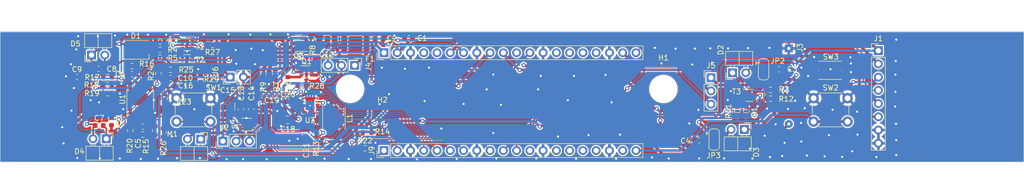
<source format=kicad_pcb>
(kicad_pcb (version 20221018) (generator pcbnew)
  (layers (0 "F.Cu" signal) (31 "B.Cu" signal) (34 "B.Paste" user) (35 "F.Paste" user) (36 "B.SilkS" user "B.Silkscreen") (37 "F.SilkS" user "F.Silkscreen") (38 "B.Mask" user) (39 "F.Mask" user) (44 "Edge.Cuts" user))
  (net 0 "")
  (net 1 "GND")
  (net 2 "Net-(J2-Pin_2)")
  (net 3 "+3.3V")
  (net 4 "V_BAT")
  (net 5 "Net-(U3-SS{slash}TR)")
  (net 6 "Net-(D2-K)")
  (net 7 "Net-(D2-A)")
  (net 8 "Net-(D3-K)")
  (net 9 "Net-(D3-A)")
  (net 10 "IR_R_INSIDE")
  (net 11 "IR_R_OUTSIDE")
  (net 12 "Net-(J4-Pin_1)")
  (net 13 "VDD")
  (net 14 "Reset")
  (net 15 "VBUS")
  (net 16 "/3V3_EN")
  (net 17 "/3V3")
  (net 18 "/GP21")
  (net 19 "/GP20")
  (net 20 "/GP19")
  (net 21 "/GP18")
  (net 22 "/GP9")
  (net 23 "/GP10")
  (net 24 "/GP11")
  (net 25 "/GP12")
  (net 26 "/GP13")
  (net 27 "/GP14")
  (net 28 "Net-(M1-+)")
  (net 29 "Net-(M1--)")
  (net 30 "BAT_MON_EN")
  (net 31 "Net-(Q1B-D)")
  (net 32 "Net-(Q1A-D)")
  (net 33 "Net-(R3-Pad1)")
  (net 34 "Net-(D1-BK)")
  (net 35 "Net-(R4-Pad1)")
  (net 36 "Net-(D1-GK)")
  (net 37 "Net-(R5-Pad1)")
  (net 38 "Net-(D1-RK)")
  (net 39 "BAT_MON")
  (net 40 "Net-(R12-Pad1)")
  (net 41 "Net-(U3-PG)")
  (net 42 "Gear")
  (net 43 "Cat+")
  (net 44 "LED_R")
  (net 45 "LED_G")
  (net 46 "LED_B")
  (net 47 "Net-(L1-Pad1)")
  (net 48 "Net-(R1-Pad1)")
  (net 49 "IR_T_INSIDE")
  (net 50 "IR_T_OUTSIDE")
  (net 51 "Antenn_Analog")
  (net 52 "Antenn_Digital_1")
  (net 53 "Antenn_Digital_2")
  (net 54 "M_SLEEP")
  (net 55 "M_UNLOCK")
  (net 56 "M_LOCK")
  (net 57 "Net-(D4-A)")
  (net 58 "Net-(D5-A)")
  (net 59 "ADC_VREF_Antenn")
  (net 60 "/GP27_A0")
  (net 61 "Net-(J3-V+)")
  (net 62 "Net-(C5-Pad1)")
  (net 63 "Net-(U1A--)")
  (net 64 "Net-(C6-Pad1)")
  (net 65 "Net-(U1B--)")
  (net 66 "Net-(U1A-+)")
  (net 67 "Net-(U1B-+)")
  (net 68 "/RUN")
  (footprint "Resistor_SMD:R_0603_1608Metric" (layer "F.Cu") (at 83.75 85 -90)
    (fp_text reference "R23")
    (fp_text value "100k")
  )
  (footprint "Connector_PinHeader_2.54mm:PinHeader_1x02_P2.54mm_Vertical" (layer "F.Cu") (at 96.375 80.9 90)
    (fp_text reference "J6")
    (fp_text value "Conn_01x02")
  )
  (footprint "Resistor_SMD:R_0603_1608Metric" (layer "F.Cu") (at 82.95 74.05 180)
    (fp_text reference "R3")
    (fp_text value "68")
  )
  (footprint "Capacitor_SMD:C_0603_1608Metric" (layer "F.Cu") (at 100.4 87.06875 -90)
    (fp_text reference "C14")
    (fp_text value "100n")
  )
  (footprint "Connector_PinHeader_2.54mm:PinHeader_1x02_P2.54mm_Horizontal" (layer "F.Cu") (at 69.825 76.675 90)
    (fp_text reference "D5")
    (fp_text value "LED")
  )
  (footprint "LED_SMD:LED_RGB_PLCC-6" (layer "F.Cu") (at 78.3 75.65 180)
    (fp_text reference "D1")
    (fp_text value "LED_RGB")
  )
  (footprint "Resistor_SMD:R_0603_1608Metric" (layer "F.Cu") (at 73.65 89.3 -90)
    (fp_text reference "R21")
    (fp_text value "0")
  )
  (footprint "Package_TO_SOT_SMD:SOT-363_SC-70-6" (layer "F.Cu") (at 195.8 84.4)
    (fp_text reference "T3")
    (fp_text value "NX3008NBKS")
  )
  (footprint "Capacitor_SMD:C_0603_1608Metric" (layer "F.Cu") (at 186.2 93.05)
    (fp_text reference "C4")
    (fp_text value "1u")
  )
  (footprint "Capacitor_SMD:C_0603_1608Metric" (layer "F.Cu") (at 107.5575 85.64 180)
    (fp_text reference "C20")
    (fp_text value "3.3n")
  )
  (footprint "Package_TO_SOT_SMD:SOT-363_SC-70-6" (layer "F.Cu") (at 111 79.9)
    (fp_text reference "Q1")
    (fp_text value "NX3008CBKS")
  )
  (footprint "Connector_PinHeader_2.54mm:PinHeader_1x20_P2.54mm_Vertical" (layer "F.Cu") (at 125.825 95 90)
    (fp_text reference "J9")
    (fp_text value "Conn_01x20")
  )
  (footprint "Resistor_SMD:R_0603_1608Metric" (layer "F.Cu") (at 90.7 81.5 90)
    (fp_text reference "R29")
    (fp_text value "330k")
  )
  (footprint "Connector_PinHeader_2.54mm:PinHeader_1x03_P2.54mm_Vertical" (layer "F.Cu") (at 188.45 81.02)
    (fp_text reference "J5")
    (fp_text value "Conn_01x03")
  )
  (footprint "Capacitor_SMD:C_1210_3225Metric" (layer "F.Cu") (at 95.9 86.56875 -90)
    (fp_text reference "C15")
    (fp_text value "100u")
  )
  (footprint "Resistor_SMD:R_0603_1608Metric" (layer "F.Cu") (at 72.890488 83.975355)
    (fp_text reference "R19")
    (fp_text value "0")
  )
  (footprint "Resistor_SMD:R_0603_1608Metric" (layer "F.Cu") (at 199.85 83.35)
    (fp_text reference "R2")
    (fp_text value "6.8")
  )
  (footprint "Battery:BatteryHolder_MPD_BH-18650-PC2" (layer "F.Cu") (at 203.35 75.4 -90)
    (fp_text reference "J3")
    (fp_text value "Battery pack")
  )
  (footprint "Package_TO_SOT_SMD:SOT-363_SC-70-6" (layer "F.Cu") (at 88.15 77.75 180)
    (fp_text reference "T2")
    (fp_text value "NX3008NBKS")
  )
  (footprint "Connector_PinHeader_2.54mm:PinHeader_1x03_P2.54mm_Vertical" (layer "F.Cu") (at 120.225 78.65 -90)
    (fp_text reference "J4")
    (fp_text value "Conn_01x03_Socket")
  )
  (footprint "Connector_PinHeader_2.54mm:PinHeader_1x02_P2.54mm_Horizontal" (layer "F.Cu") (at 90.74 92.8 -90)
    (fp_text reference "M1")
    (fp_text value "Motor_DC" hide)
  )
  (footprint "Connector_PinHeader_2.54mm:PinHeader_1x02_P2.54mm_Horizontal" (layer "F.Cu") (at 72.65 92.75 -90)
    (fp_text reference "D4")
    (fp_text value "LED")
  )
  (footprint "Jumper:SolderJumper-3_P1.3mm_Bridged12_RoundedPad1.0x1.5mm" (layer "F.Cu") (at 189.05 92.9 -90)
    (fp_text reference "JP3")
    (fp_text value "SolderJumper_3_Bridged12")
  )
  (footprint "Resistor_SMD:R_0603_1608Metric" (layer "F.Cu") (at 82.95 75.65 180)
    (fp_text reference "R4")
    (fp_text value "22")
  )
  (footprint "Capacitor_SMD:C_0603_1608Metric" (layer "F.Cu") (at 130.55 73.45)
    (fp_text reference "C1")
    (fp_text value "100n")
  )
  (footprint "Resistor_SMD:R_0603_1608Metric" (layer "F.Cu") (at 111.8 77.2 180)
    (fp_text reference "R8")
    (fp_text value "1meg")
  )
  (footprint "Resistor_SMD:R_0603_1608Metric" (layer "F.Cu") (at 84.95 79.5)
    (fp_text reference "R25")
    (fp_text value "100k")
  )
  (footprint "Button_Switch_THT:SW_PUSH_6mm_H4.3mm" (layer "F.Cu") (at 86.1 84.95)
    (fp_text reference "SW1")
    (fp_text value "SW_Push")
  )
  (footprint "Resistor_SMD:R_0603_1608Metric" (layer "F.Cu") (at 122.592282 91.534801)
    (fp_text reference "R14")
    (fp_text value "100k")
  )
  (footprint "Package_TO_SOT_SMD:SOT-363_SC-70-6" (layer "F.Cu") (at 88.15 74.65)
    (fp_text reference "T1")
    (fp_text value "NX3008NBKS")
  )
  (footprint "Resistor_SMD:R_0603_1608Metric" (layer "F.Cu") (at 193.5 87.45 -90)
    (fp_text reference "R11")
    (fp_text value "6.8")
  )
  (footprint "Capacitor_SMD:C_0805_2012Metric" (layer "F.Cu") (at 110.95 91.9 90)
    (fp_text reference "C21")
    (fp_text value "22u")
  )
  (footprint "Capacitor_SMD:C_0603_1608Metric" (layer "F.Cu") (at 84.95 82.65 180)
    (fp_text reference "C16")
    (fp_text value "100n")
  )
  (footprint "Connector_PinHeader_2.54mm:PinHeader_1x20_P2.54mm_Vertical" (layer "F.Cu") (at 125.825 76.22 90)
    (fp_text reference "J8" hide)
    (fp_text value "Conn_01x20")
  )
  (footprint "Resistor_SMD:R_0603_1608Metric" (layer "F.Cu") (at 199.85 85.05)
    (fp_text reference "R12")
    (fp_text value "6.8")
  )
  (footprint "Capacitor_SMD:C_0603_1608Metric" (layer "F.Cu") (at 84.95 81.1 180)
    (fp_text reference "C10")
    (fp_text value "100n")
  )
  (footprint "Capacitor_SMD:C_0603_1608Metric" (layer "F.Cu") (at 201.45 79.4 180)
    (fp_text reference "C3")
    (fp_text value "1u")
  )
  (footprint "Connector_PinHeader_2.54mm:PinHeader_1x03_P2.54mm_Vertical" (layer "F.Cu") (at 94.975 93.19375 90)
    (fp_text reference "J2")
    (fp_text value "Conn_01x03")
  )
  (footprint "Package_SO:SOIC-8-1EP_3.9x4.9mm_P1.27mm_EP2.29x3mm" (layer "F.Cu") (at 79.155 85.175 90)
    (fp_text reference "U1")
    (fp_text value "LM358_DFN")
  )
  (footprint "Capacitor_SMD:C_1210_3225Metric" (layer "F.Cu") (at 114.9 74.25)
    (fp_text reference "C12")
    (fp_text value "100u")
  )
  (footprint "Package_TO_SOT_SMD:SOT-23" (layer "F.Cu") (at 109.5 74.4 180)
    (fp_text reference "Q3")
    (fp_text value "Q_PMOS_GSD")
  )
  (footprint "DRV8837DSGR:SON50P200X200X80-9N" (layer "F.Cu") (at 99.5475 90.01875)
    (fp_text reference "U2")
    (fp_text value "DRV8837DSGR")
  )
  (footprint "Resistor_SMD:R_0603_1608Metric" (layer "F.Cu") (at 82.65 80.2 90)
    (fp_text reference "R24")
    (fp_text value "100k")
  )
  (footprint "Capacitor_SMD:C_0603_1608Metric" (layer "F.Cu") (at 124.9 73.55 180)
    (fp_text reference "C2")
    (fp_text value "100n")
  )
  (footprint "Capacitor_SMD:C_0603_1608Metric" (layer "F.Cu") (at 71.15 79.3 180)
    (fp_text reference "C8")
    (fp_text value "1.4p")
  )
  (footprint "Resistor_SMD:R_0603_1608Metric" (layer "F.Cu") (at 83.6 91.575 90)
    (fp_text reference "R26")
    (fp_text value "100k")
  )
  (footprint "Resistor_SMD:R_0603_1608Metric" (layer "F.Cu") (at 102.7 80.25 -90)
    (fp_text reference "R9")
    (fp_text value "1meg")
  )
  (footprint "Connector_PinHeader_2.54mm:PinHeader_1x08_P2.54mm_Vertical" (layer "F.Cu") (at 220.5 75.825)
    (fp_text reference "J1")
    (fp_text value "Conn_01x08")
  )
  (footprint "Resistor_SMD:R_0603_1608Metric" (layer "F.Cu") (at 93 74.7 180)
    (fp_text reference "R27")
    (fp_text value "330k")
  )
  (footprint "Connector_PinHeader_2.54mm:PinHeader_1x02_P2.54mm_Horizontal" (layer "F.Cu") (at 192.575 80.075 90)
    (fp_text reference "D2")
    (fp_text value "IR-LED")
  )
  (footprint "Resistor_SMD:R_0603_1608Metric" (layer "F.Cu") (at 110.1 82.5 180)
    (fp_text reference "R28")
    (fp_text value "330k")
  )
  (footprint "Fuse:Fuse_1812_4532Metric" (layer "F.Cu") (at 120.35 74.7 180)
    (fp_text reference "F1")
    (fp_text value "Polyfuse")
  )
  (footprint "Capacitor_SMD:C_0603_1608Metric" (layer "F.Cu") (at 71.3 90.2)
    (fp_text reference "C7")
    (fp_text value "1.4p")
  )
  (footprint "Capacitor_SMD:C_0603_1608Metric" (layer "F.Cu") (at 107.5575 87.29)
    (fp_text reference "C19")
    (fp_text value "100n")
  )
  (footprint "Resistor_SMD:R_0603_1608Metric" (layer "F.Cu") (at 105 80.25 -90)
    (fp_text reference "R7")
    (fp_text value "220k")
  )
  (footprint "Resistor_SMD:R_0603_1608Metric" (layer "F.Cu") (at 82 91.15 -90)
    (fp_text reference "R10" hide)
    (fp_text value "0")
  )
  (footprint "Resistor_SMD:R_0603_1608Metric" (layer "F.Cu") (at 72.9 80.9 180)
    (fp_text reference "R17")
    (fp_text value "0")
  )
  (footprint "Resistor_SMD:R_0603_1608Metric" (layer "F.Cu") (at 82.95 77.2 180)
    (fp_text reference "R5")
    (fp_text value "10")
  )
  (footprint "Capacitor_SMD:C_0603_1608Metric" (layer "F.Cu") (at 79.65 90.4)
    (fp_text reference "C5")
    (fp_text value "1.4p")
  )
  (footprint "Package_DFN_QFN:VQFN-16-1EP_3x3mm_P0.5mm_EP1.68x1.68mm_ThermalVias" (layer "F.Cu") (at 111.67 86.39 180)
    (fp_text reference "U3")
    (fp_text value "TPS62132")
  )
  (footprint "Resistor_SMD:R_0603_1608Metric" (layer "F.Cu") (at 79.65 91.95)
    (fp_text reference "R15")
    (fp_text value "100k")
  )
  (footprint "Jumper:SolderJumper-3_P1.3mm_Bridged12_RoundedPad1.0x1.5mm" (layer "F.Cu") (at 198.5175 79.4 -90)
    (fp_text reference "JP2")
    (fp_text value "SolderJumper_3_Bridged12")
  )
  (footprint "Connector_PinHeader_2.54mm:PinHeader_1x02_P2.54mm_Horizontal" (layer "F.Cu") (at 194.84 90.95 -90)
    (fp_text reference "D3")
    (fp_text value "IR-LED")
  )
  (footprint "Inductor_SMD:L_Coilcraft_XxL4020" (layer "F.Cu") (at 116.25 88.8 -90)
    (fp_text reference "L1")
    (fp_text value "2.2u")
  )
  (footprint "Resistor_SMD:R_0603_1608Metric" (layer "F.Cu") (at 77.6 78.8)
    (fp_text reference "R16")
    (fp_text value "100k")
  )
  (footprint "Resistor_SMD:R_0603_1608Metric" (layer "F.Cu") (at 72.890488 82.425355)
    (fp_text reference "R18")
    (fp_text value "0")
  )
  (footprint "Button_Switch_SMD:SW_Push_1P1T_NO_Vertical_Wuerth_434133025816" (layer "F.Cu") (at 211.25 79.6)
    (fp_text reference "SW3")
    (fp_text value "SW_Push")
  )
  (footprint "Resistor_SMD:R_0603_1608Metric" (layer "F.Cu") (at 195.2 87.45 -90)
    (fp_text reference "R1")
    (fp_text value "6.8")
  )
  (footprint "MountingHole:MountingHole_5mm" (layer "F.Cu") (at 179.336964 83.187106)
    (fp_text reference "H1")
    (fp_text value "MountingHole")
  )
  (footprint "Capacitor_SMD:C_0603_1608Metric" (layer "F.Cu") (at 67.05 80.85)
    (fp_text reference "C9")
    (fp_text value "1u")
  )
  (footprint "Capacitor_SMD:C_0603_1608Metric" (layer "F.Cu") (at 98.45 87.06875 -90)
    (fp_text reference "C13")
    (fp_text value "100n")
  )
  (footprint "Resistor_SMD:R_0603_1608Metric" (layer "F.Cu") (at 122.2 94.55 180)
    (fp_text reference "R22")
    (fp_text value "100k")
  )
  (footprint "Button_Switch_THT:SW_PUSH_6mm_H4.3mm" (layer "F.Cu") (at 208.1 84.95)
    (fp_text reference "SW2")
    (fp_text value "SW_Push")
  )
  (footprint "Resistor_SMD:R_0603_1608Metric" (layer "F.Cu") (at 107.425 80.075 90)
    (fp_text reference "R6")
    (fp_text value "330k")
  )
  (footprint "Capacitor_SMD:C_0603_1608Metric" (layer "F.Cu") (at 77.6 80.35)
    (fp_text reference "C6")
    (fp_text value "1.4p")
  )
  (footprint "MountingHole:MountingHole_5mm" (layer "F.Cu") (at 119.3373 83.172456)
    (fp_text reference "H2")
    (fp_text value "MountingHole")
  )
  (footprint "Resistor_SMD:R_0603_1608Metric" (layer "F.Cu") (at 112.9 91.7 90)
    (fp_text reference "R13")
    (fp_text value "100k")
  )
  (footprint "Capacitor_SMD:C_0805_2012Metric" (layer "F.Cu") (at 107.35 89.1)
    (fp_text reference "C18")
    (fp_text value "10u")
  )
  (footprint "Resistor_SMD:R_0603_1608Metric" (layer "F.Cu") (at 77.25 91.15 90)
    (fp_text reference "R20")
    (fp_text value "0")
  )
  (gr_rect (start 52.35 72.2) (end 248.35 97.2) (stroke (width 0.1)) (fill none) (layer "Edge.Cuts"))
  (segment (start 79.675 85.175) (end 79.155 85.175) (width 0.2) (layer "F.Cu") (net 1))
  (segment (start 89.285756 78.4) (end 90.267878 79.382122) (width 0.5) (layer "F.Cu") (net 1))
  (segment (start 104.25 85.55) (end 105.5 85.55) (width 0.5) (layer "F.Cu") (net 1))
  (segment (start 86.25 74) (end 86.1 73.85) (width 0.4) (layer "F.Cu") (net 1))
  (segment (start 98.45 86.29375) (end 98.45 85.15) (width 0.5) (layer "F.Cu") (net 1))
  (segment (start 101.2 85.25) (end 101.4 85.25) (width 0.5) (layer "F.Cu") (net 1))
  (segment (start 192.4 83.75) (end 192.25 83.6) (width 0.5) (layer "F.Cu") (net 1))
  (segment (start 99.5475 90.01875) (end 99.5475 91.3525) (width 0.15) (layer "F.Cu") (net 1))
  (segment (start 111.92 87.8525) (end 111.92 87.32) (width 0.3) (layer "F.Cu") (net 1))
  (segment (start 101.4 85.25) (end 101.45 85.2) (width 0.5) (layer "F.Cu") (net 1))
  (segment (start 109.4 92.85) (end 109.3 92.75) (width 0.5) (layer "F.Cu") (net 1))
  (segment (start 110.9 83.7) (end 110.9 83.831365) (width 0.5) (layer "F.Cu") (net 1))
  (segment (start 98.5625 90.76875) (end 98.6225 90.70875) (width 0.3) (layer "F.Cu") (net 1))
  (segment (start 100.4 86.05) (end 101.2 85.25) (width 0.5) (layer "F.Cu") (net 1))
  (segment (start 186.05 87.2) (end 186.45 87.6) (width 0.3) (layer "F.Cu") (net 1))
  (segment (start 112.42 87.8525) (end 112.26 87.6925) (width 0.3) (layer "F.Cu") (net 1))
  (segment (start 98.020954 91.310296) (end 97.029988 91.310296) (width 0.3) (layer "F.Cu") (net 1))
  (segment (start 112.42 84.9275) (end 111.6575 84.9275) (width 0.5) (layer "F.Cu") (net 1))
  (segment (start 129.775 73.45) (end 129.225 72.9) (width 0.5) (layer "F.Cu") (net 1))
  (segment (start 115.2 85.8) (end 115.2 85.168629) (width 0.5) (layer "F.Cu") (net 1))
  (segment (start 112.42 87.8525) (end 112.42 88.9775) (width 0.3) (layer "F.Cu") (net 1))
  (segment (start 111.67 84.94) (end 111.6575 84.9275) (width 0.5) (layer "F.Cu") (net 1))
  (segment (start 81.8 86.91) (end 81.06 87.65) (width 0.2) (layer "F.Cu") (net 1))
  (segment (start 113.425 74.25) (end 113.425 73.725) (width 0.5) (layer "F.Cu") (net 1))
  (segment (start 112.26 85.8) (end 112.26 85.2675) (width 0.5) (layer "F.Cu") (net 1))
  (segment (start 195.5 83.75) (end 195.65 83.6) (width 0.5) (layer "F.Cu") (net 1))
  (segment (start 98.6225 90.70875) (end 98.9975 90.70875) (width 0.3) (layer "F.Cu") (net 1))
  (segment (start 196.75 85.85) (end 197.394622 86.494622) (width 0.5) (layer "F.Cu") (net 1))
  (segment (start 111.08 85.8) (end 111.08 85.2675) (width 0.5) (layer "F.Cu") (net 1))
  (segment (start 111.92 87.32) (end 112.26 86.98) (width 0.3) (layer "F.Cu") (net 1))
  (segment (start 110.95 92.85) (end 109.4 92.85) (width 0.5) (layer "F.Cu") (net 1))
  (segment (start 111.6575 84.9275) (end 110.92 84.9275) (width 0.5) (layer "F.Cu") (net 1))
  (segment (start 106.4 90.0005) (end 106.1 90.3005) (width 0.5) (layer "F.Cu") (net 1))
  (segment (start 98.5625 90.76875) (end 98.020954 91.310296) (width 0.3) (layer "F.Cu") (net 1))
  (segment (start 110.4875 75.45) (end 110.4375 75.5) (width 0.5) (layer "F.Cu") (net 1))
  (segment (start 189.75 87.6) (end 191.65 85.7) (width 0.3) (layer "F.Cu") (net 1))
  (segment (start 112.26 87.6925) (end 112.26 86.98) (width 0.3) (layer "F.Cu") (net 1))
  (segment (start 103.4 85.2) (end 104 85.8) (width 0.5) (layer "F.Cu") (net 1))
  (segment (start 99.5475 91.3525) (end 99.4 91.5) (width 0.15) (layer "F.Cu") (net 1))
  (segment (start 203.45 79.4) (end 203.55 79.5) (width 0.5) (layer "F.Cu") (net 1))
  (segment (start 126.325 72.9) (end 127.8 72.9) (width 0.5) (layer "F.Cu") (net 1))
  (segment (start 111.67 86.39) (end 111.67 84.94) (width 0.5) (layer "F.Cu") (net 1))
  (segment (start 115.4 80.85) (end 115.4 82.15) (width 0.5) (layer "F.Cu") (net 1))
  (segment (start 99.5475 90.01875) (end 99.5475 88.7975) (width 0.15) (layer "F.Cu") (net 1))
  (segment (start 191.65 85.7) (end 191.65 85.3) (width 0.3) (layer "F.Cu") (net 1))
  (segment (start 194.85 83.75) (end 195.5 83.75) (width 0.5) (layer "F.Cu") (net 1))
  (segment (start 81.8 85.35) (end 81.8 86.91) (width 0.2) (layer "F.Cu") (net 1))
  (segment (start 113.425 73.725) (end 114.6 72.55) (width 0.5) (layer "F.Cu") (net 1))
  (segment (start 115.4 82.15) (end 113.75 83.8) (width 0.5) (layer "F.Cu") (net 1))
  (segment (start 81.75 85.3) (end 81.8 85.35) (width 0.2) (layer "F.Cu") (net 1))
  (segment (start 129.225 72.9) (end 127.8 72.9) (width 0.5) (layer "F.Cu") (net 1))
  (segment (start 106.4 89.1) (end 106.4 90.0005) (width 0.5) (layer "F.Cu") (net 1))
  (segment (start 87.2 74) (end 86.25 74) (width 0.4) (layer "F.Cu") (net 1))
  (segment (start 110.05 79.25) (end 109 78.2) (width 0.5) (layer "F.Cu") (net 1))
  (segment (start 186.45 87.6) (end 189.75 87.6) (width 0.3) (layer "F.Cu") (net 1))
  (segment (start 196.75 85.05) (end 196.75 85.85) (width 0.5) (layer "F.Cu") (net 1))
  (segment (start 100.4 86.29375) (end 100.4 86.05) (width 0.5) (layer "F.Cu") (net 1))
  (segment (start 81.06 86.56) (end 79.675 85.175) (width 0.2) (layer "F.Cu") (net 1))
  (segment (start 111.92 87.8525) (end 111.92 89.0025) (width 0.3) (layer "F.Cu") (net 1))
  (segment (start 100.4 86.29375) (end 99.59375 86.29375) (width 0.5) (layer "F.Cu") (net 1))
  (segment (start 113.831371 83.8) (end 113.75 83.8) (width 0.5) (layer "F.Cu") (net 1))
  (segment (start 125.675 73.55) (end 126.325 72.9) (width 0.5) (layer "F.Cu") (net 1))
  (segment (start 88.8 75.3) (end 88.15 75.95) (width 0.5) (layer "F.Cu") (net 1))
  (segment (start 81.06 87.65) (end 81.06 86.56) (width 0.2) (layer "F.Cu") (net 1))
  (segment (start 194.85 83.75) (end 192.4 83.75) (width 0.5) (layer "F.Cu") (net 1))
  (segment (start 111.08 85.2675) (end 111.42 84.9275) (width 0.5) (layer "F.Cu") (net 1))
  (segment (start 111.92 89.0025) (end 112.1575 89.24) (width 0.3) (layer "F.Cu") (net 1))
  (segment (start 98.45 85.15) (end 98.25 84.95) (width 0.5) (layer "F.Cu") (net 1))
  (segment (start 89.1 75.3) (end 88.8 75.3) (width 0.5) (layer "F.Cu") (net 1))
  (segment (start 202.225 79.4) (end 203.45 79.4) (width 0.5) (layer "F.Cu") (net 1))
  (segment (start 115.2 85.168629) (end 113.831371 83.8) (width 0.5) (layer "F.Cu") (net 1))
  (segment (start 109.781365 84.95) (end 109.75 84.95) (width 0.5) (layer "F.Cu") (net 1))
  (segment (start 99.59375 86.29375) (end 98.25 84.95) (width 0.5) (layer "F.Cu") (net 1))
  (segment (start 112.42 88.9775) (end 112.1575 89.24) (width 0.3) (layer "F.Cu") (net 1))
  (segment (start 99.5475 88.7975) (end 99.5 88.75) (width 0.15) (layer "F.Cu") (net 1))
  (segment (start 113.425 73.625) (end 112.4 72.6) (width 0.5) (layer "F.Cu") (net 1))
  (segment (start 104 85.8) (end 104.25 85.55) (width 0.5) (layer "F.Cu") (net 1))
  (segment (start 101.45 85.2) (end 103.4 85.2) (width 0.5) (layer "F.Cu") (net 1))
  (segment (start 110.9 83.831365) (end 109.781365 84.95) (width 0.5) (layer "F.Cu") (net 1))
  (segment (start 89.1 78.4) (end 89.285756 78.4) (width 0.5) (layer "F.Cu") (net 1))
  (segment (start 112.26 85.2675) (end 111.92 84.9275) (width 0.5) (layer "F.Cu") (net 1))
  (via (at 88.15 75.95) (size 0.8) (drill 0.4) (layers "F.Cu" "B.Cu") (net 1))
  (via (at 106.1 90.3005) (size 0.8) (drill 0.4) (layers "F.Cu" "B.Cu") (net 1))
  (via (at 191.65 85.3) (size 0.8) (drill 0.4) (layers "F.Cu" "B.Cu") (net 1))
  (via (at 203.55 79.5) (size 0.8) (drill 0.4) (layers "F.Cu" "B.Cu") (net 1))
  (via (at 205.75 79.1) (size 0.8) (drill 0.4) (layers "F.Cu" "B.Cu") (net 1))
  (via (at 223.8756 89.8652) (size 0.8) (drill 0.4) (layers "F.Cu" "B.Cu") (net 1))
  (via (at 126.7968 84.1756) (size 0.8) (drill 0.4) (layers "F.Cu" "B.Cu") (net 1))
  (via (at 64.4652 93.6244) (size 0.8) (drill 0.4) (layers "F.Cu" "B.Cu") (net 1))
  (via (at 102.362 83.058) (size 0.8) (drill 0.4) (layers "F.Cu" "B.Cu") (net 1))
  (via (at 101.1428 78.4352) (size 0.8) (drill 0.4) (layers "F.Cu" "B.Cu") (net 1))
  (via (at 100.2284 72.7456) (size 0.8) (drill 0.4) (layers "F.Cu" "B.Cu") (net 1))
  (via (at 195.5292 75.3364) (size 0.8) (drill 0.4) (layers "F.Cu" "B.Cu") (net 1))
  (via (at 155.3464 83.2612) (size 0.8) (drill 0.4) (layers "F.Cu" "B.Cu") (net 1))
  (via (at 115.2 85.8) (size 0.8) (drill 0.4) (layers "F.Cu" "B.Cu") (net 1))
  (via (at 85.1916 92.3036) (size 0.8) (drill 0.4) (layers "F.Cu" "B.Cu") (net 1))
  (via (at 184.3 89.8) (size 0.8) (drill 0.4) (layers "F.Cu" "B.Cu") (net 1))
  (via (at 177.6984 75.2856) (size 0.8) (drill 0.4) (layers "F.Cu" "B.Cu") (net 1))
  (via (at 105.5 85.55) (size 0.8) (drill 0.4) (layers "F.Cu" "B.Cu") (net 1))
  (via (at 112.193837 73.847395) (size 0.8) (drill 0.4) (layers "F.Cu" "B.Cu") (net 1))
  (via (at 223.774 83.7184) (size 0.8) (drill 0.4) (layers "F.Cu" "B.Cu") (net 1))
  (via (at 184.8612 78.486) (size 0.8) (drill 0.4) (layers "F.Cu" "B.Cu") (net 1))
  (via (at 97.536 78.3336) (size 0.8) (drill 0.4) (layers "F.Cu" "B.Cu") (net 1))
  (via (at 195.8848 94.6404) (size 0.8) (drill 0.4) (layers "F.Cu" "B.Cu") (net 1))
  (via (at 171.0436 91.948) (size 0.8) (drill 0.4) (layers "F.Cu" "B.Cu") (net 1))
  (via (at 100.4316 75.438) (size 0.8) (drill 0.4) (layers "F.Cu" "B.Cu") (net 1))
  (via (at 141.0716 86.0552) (size 0.8) (drill 0.4) (layers "F.Cu" "B.Cu") (net 1))
  (via (at 76.6572 72.7456) (size 0.8) (drill 0.4) (layers "F.Cu" "B.Cu") (net 1))
  (via (at 181.6608 75.438) (size 0.8) (drill 0.4) (layers "F.Cu" "B.Cu") (net 1))
  (via (at 186.182 96.52) (size 0.8) (drill 0.4) (layers "F.Cu" "B.Cu") (net 1))
  (via (at 81.75 85.3) (size 0.8) (drill 0.4) (layers "F.Cu" "B.Cu") (net 1))
  (via (at 199.644 75.2856) (size 0.8) (drill 0.4) (layers "F.Cu" "B.Cu") (net 1))
  (via (at 223.9264 93.0148) (size 0.8) (drill 0.4) (layers "F.Cu" "B.Cu") (net 1))
  (via (at 67.2592 73.0504) (size 0.8) (drill 0.4) (layers "F.Cu" "B.Cu") (net 1))
  (via (at 190.9572 96.52) (size 0.8) (drill 0.4) (layers "F.Cu" "B.Cu") (net 1))
  (via (at 129.8448 79.2988) (size 0.8) (drill 0.4) (layers "F.Cu" "B.Cu") (net 1))
  (via (at 91.3384 72.6948) (size 0.8) (drill 0.4) (layers "F.Cu" "B.Cu") (net 1))
  (via (at 199.2 86.95) (size 0.8) (drill 0.4) (layers "F.Cu" "B.Cu") (net 1))
  (via (at 114.4524 96.5708) (size 0.8) (drill 0.4) (layers "F.Cu" "B.Cu") (net 1))
  (via (at 202.0824 96.0628) (size 0.8) (drill 0.4) (layers "F.Cu" "B.Cu") (net 1))
  (via (at 220.1164 96.266) (size 0.8) (drill 0.4) (layers "F.Cu" "B.Cu") (net 1))
  (via (at 64.2112 90.5256) (size 0.8) (drill 0.4) (layers "F.Cu" "B.Cu") (net 1))
  (via (at 186.05 87.2) (size 0.8) (drill 0.4) (layers "F.Cu" "B.Cu") (net 1))
  (via (at 133.604 85.4964) (size 0.8) (drill 0.4) (layers "F.Cu" "B.Cu") (net 1))
  (via (at 199.7456 96.266) (size 0.8) (drill 0.4) (layers "F.Cu" "B.Cu") (net 1))
  (via (at 177.1396 96.3168) (size 0.8) (drill 0.4) (layers "F.Cu" "B.Cu") (net 1))
  (via (at 154.9908 96.52) (size 0.8) (drill 0.4) (layers "F.Cu" "B.Cu") (net 1))
  (via (at 86.1 73.85) (size 0.8) (drill 0.4) (layers "F.Cu" "B.Cu") (net 1))
  (via (at 89.5096 87.0712) (size 0.8) (drill 0.4) (layers "F.Cu" "B.Cu") (net 1))
  (via (at 215.2396 78.2828) (size 0.8) (drill 0.4) (layers "F.Cu" "B.Cu") (net 1))
  (via (at 188.6712 78.1304) (size 0.8) (drill 0.4) (layers "F.Cu" "B.Cu") (net 1))
  (via (at 98.8568 96.6724) (size 0.8) (drill 0.4) (layers "F.Cu" "B.Cu") (net 1))
  (via (at 147.3708 96.52) (size 0.8) (drill 0.4) (layers "F.Cu" "B.Cu") (net 1))
  (via (at 66.4464 83.0072) (size 0.8) (drill 0.4) (layers "F.Cu" "B.Cu") (net 1))
  (via (at 115.4 80.85) (size 0.8) (drill 0.4) (layers "F.Cu" "B.Cu") (net 1))
  (via (at 109 78.2) (size 0.8) (drill 0.4) (layers "F.Cu" "B.Cu") (net 1))
  (via (at 148.2344 86.2076) (size 0.8) (drill 0.4) (layers "F.Cu" "B.Cu") (net 1))
  (via (at 92.2 82.4484) (size 0.8) (drill 0.4) (layers "F.Cu" "B.Cu") (net 1))
  (via (at 223.7232 86.5632) (size 0.8) (drill 0.4) (layers "F.Cu" "B.Cu") (net 1))
  (via (at 65.9892 87.3252) (size 0.8) (drill 0.4) (layers "F.Cu" "B.Cu") (net 1))
  (via (at 216.5096 91.948) (size 0.8) (drill 0.4) (layers "F.Cu" "B.Cu") (net 1))
  (via (at 191.7192 75.3872) (size 0.8) (drill 0.4) (layers "F.Cu" "B.Cu") (net 1))
  (via (at 215.15 77.1) (size 0.8) (drill 0.4) (layers "F.Cu" "B.Cu") (net 1))
  (via (at 71.0184 73.0504) (size 0.8) (drill 0.4) (layers "F.Cu" "B.Cu") (net 1))
  (via (at 145.4912 83.2612) (size 0.8) (drill 0.4) (layers "F.Cu" "B.Cu") (net 1))
  (via (at 146.7612 91.6432) (size 0.8) (drill 0.4) (layers "F.Cu" "B.Cu") (net 1))
  (via (at 215.4936 95.1484) (size 0.8) (drill 0.4) (layers "F.Cu" "B.Cu") (net 1))
  (via (at 82 87.75) (size 0.8) (drill 0.4) (layers "F.Cu" "B.Cu") (net 1))
  (via (at 84.1248 72.7456) (size 0.8) (drill 0.4) (layers "F.Cu" "B.Cu") (net 1))
  (via (at 205.6892 89.7128) (size 0.8) (drill 0.4) (layers "F.Cu" "B.Cu") (net 1))
  (via (at 97.4344 75.692) (size 0.8) (drill 0.4) (layers "F.Cu" "B.Cu") (net 1))
  (via (at 192.25 83.6) (size 0.8) (drill 0.4) (layers "F.Cu" "B.Cu") (net 1))
  (via (at 162.6108 96.5708) (size 0.8) (drill 0.4) (layers "F.Cu" "B.Cu") (net 1))
  (via (at 99.4 91.5) (size 0.8) (drill 0.4) (layers "F.Cu" "B.Cu") (net 1))
  (via (at 207.05 80.7) (size 0.8) (drill 0.4) (layers "F.Cu" "B.Cu") (net 1))
  (via (at 119.0752 96.6216) (size 0.8) (drill 0.4) (layers "F.Cu" "B.Cu") (net 1))
  (via (at 71.4248 96.4692) (size 0.8) (drill 0.4) (layers "F.Cu" "B.Cu") (net 1))
  (via (at 223.9264 95.8596) (size 0.8) (drill 0.4) (layers "F.Cu" "B.Cu") (net 1))
  (via (at 124.968 86.106) (size 0.8) (drill 0.4) (layers "F.Cu" "B.Cu") (net 1))
  (via (at 180.34 96.52) (size 0.8) (drill 0.4) (layers "F.Cu" "B.Cu") (net 1))
  (via (at 203.2 87.0204) (size 0.8) (drill 0.4) (layers "F.Cu" "B.Cu") (net 1))
  (via (at 213.5632 96.2152) (size 0.8) (drill 0.4) (layers "F.Cu" "B.Cu") (net 1))
  (via (at 75.2348 96.52) (size 0.8) (drill 0.4) (layers "F.Cu" "B.Cu") (net 1))
  (via (at 216.408 87.5284) (size 0.8) (drill 0.4) (layers "F.Cu" "B.Cu") (net 1))
  (via (at 80.6196 72.7456) (size 0.8) (drill 0.4) (layers "F.Cu" "B.Cu") (net 1))
  (via (at 67.1068 96.4184) (size 0.8) (drill 0.4) (layers "F.Cu" "B.Cu") (net 1))
  (via (at 99.5 88.75) (size 0.8) (drill 0.4) (layers "F.Cu" "B.Cu") (net 1))
  (via (at 202.5396 93.5228) (size 0.8) (drill 0.4) (layers "F.Cu" "B.Cu") (net 1))
  (via (at 65.8876 78.4352) (size 0.8) (drill 0.4) (layers "F.Cu" "B.Cu") (net 1))
  (via (at 211.328 79.4004) (size 0.8) (drill 0.4) (layers "F.Cu" "B.Cu") (net 1))
  (via (at 125.4252 79.0956) (size 0.8) (drill 0.4) (layers "F.Cu" "B.Cu") (net 1))
  (via (at 104.0892 72.6948) (size 0.8) (drill 0.4) (layers "F.Cu" "B.Cu") (net 1))
  (via (at 223.9264 73.7108) (size 0.8) (drill 0.4) (layers "F.Cu" "B.Cu") (net 1))
  (via (at 64.95 80.75) (size 0.8) (drill 0.4) (layers "F.Cu" "B.Cu") (net 1))
  (via (at 124.2 93.5) (size 0.8) (drill 0.4) (layers "F.Cu" "B.Cu") (net 1))
  (via (at 66.9036 75.5904) (size 0.8) (drill 0.4) (layers "F.Cu" "B.Cu") (net 1))
  (via (at 97.029988 91.310296) (size 0.8) (drill 0.4) (layers "F.Cu" "B.Cu") (net 1))
  (via (at 161.036 85.344) (size 0.8) (drill 0.4) (layers "F.Cu" "B.Cu") (net 1))
  (via (at 120.25 92.5) (size 0.8) (drill 0.4) (layers "F.Cu" "B.Cu") (net 1))
  (via (at 168.2496 80.4672) (size 0.8) (drill 0.4) (layers "F.Cu" "B.Cu") (net 1))
  (via (at 90.267878 79.382122) (size 0.8) (drill 0.4) (layers "F.Cu" "B.Cu") (net 1))
  (via (at 113.75 83.8) (size 0.8) (drill 0.4) (layers "F.Cu" "B.Cu") (net 1))
  (via (at 75.9 87.05) (size 0.8) (drill 0.4) (layers "F.Cu" "B.Cu") (net 1))
  (via (at 204.5716 85.4456) (size 0.8) (drill 0.4) (layers "F.Cu" "B.Cu") (net 1))
  (via (at 71.2724 85.7504) (size 0.8) (drill 0.4) (layers "F.Cu" "B.Cu") (net 1))
  (via (at 223.8248 77.8256) (size 0.8) (drill 0.4) (layers "F.Cu" "B.Cu") (net 1))
  (via (at 75.55 82.15) (size 0.8) (drill 0.4) (layers "F.Cu" "B.Cu") (net 1))
  (via (at 105.4 87.4) (size 0.8) (drill 0.4) (layers "F.Cu" "B.Cu") (net 1))
  (via (at 109.0676 96.6216) (size 0.8) (drill 0.4) (layers "F.Cu" "B.Cu") (net 1))
  (via (at 206.4004 86.868) (size 0.8) (drill 0.4) (layers "F.Cu" "B.Cu") (net 1))
  (via (at 102.616 75.7428) (size 0.8) (drill 0.4) (layers "F.Cu" "B.Cu") (net 1))
  (via (at 211.0232 92.0496) (size 0.8) (drill 0.4) (layers "F.Cu" "B.Cu") (net 1))
  (via (at 178.9684 78.2828) (size 0.8) (drill 0.4) (layers "F.Cu" "B.Cu") (net 1))
  (via (at 159.1564 92.3036) (size 0.8) (drill 0.4) (layers "F.Cu" "B.Cu") (net 1))
  (via (at 79.248 96.6216) (size 0.8) (drill 0.4) (layers "F.Cu" "B.Cu") (net 1))
  (via (at 107.442 72.6948) (size 0.8) (drill 0.4) (layers "F.Cu" "B.Cu") (net 1))
  (via (at 206.4004 75.4888) (size 0.8) (drill 0.4) (layers "F.Cu" "B.Cu") (net 1))
  (via (at 205.74 93.2688) (size 0.8) (drill 0.4) (layers "F.Cu" "B.Cu") (net 1))
  (via (at 90.5764 96.4692) (size 0.8) (drill 0.4) (layers "F.Cu" "B.Cu") (net 1))
  (via (at 211.2264 77.1144) (size 0.8) (drill 0.4) (layers "F.Cu" "B.Cu") (net 1))
  (via (at 170.2816 96.5708) (size 0.8) (drill 0.4) (layers "F.Cu" "B.Cu") (net 1))
  (via (at 100.699312 83.100688) (size 0.8) (drill 0.4) (layers "F.Cu" "B.Cu") (net 1))
  (via (at 215.25 79.95) (size 0.8) (drill 0.4) (layers "F.Cu" "B.Cu") (net 1))
  (via (at 74.3204 72.898) (size 0.8) (drill 0.4) (layers "F.Cu" "B.Cu") (net 1))
  (via (at 103.8 82.25) (size 0.8) (drill 0.4) (layers "F.Cu" "B.Cu") (net 1))
  (via (at 82.55 96.5708) (size 0.8) (drill 0.4) (layers "F.Cu" "B.Cu") (net 1))
  (via (at 96.0628 72.6948) (size 0.8) (drill 0.4) (layers "F.Cu" "B.Cu") (net 1))
  (via (at 188.3156 75.3872) (size 0.8) (drill 0.4) (layers "F.Cu" "B.Cu") (net 1))
  (via (at 127.8 72.9) (size 0.8) (drill 0.4) (layers "F.Cu" "B.Cu") (net 1))
  (via (at 208.2 77.05) (size 0.8) (drill 0.4) (layers "F.Cu" "B.Cu") (net 1))
  (via (at 98.25 84.95) (size 0.8) (drill 0.4) (layers "F.Cu" "B.Cu") (net 1))
  (via (at 197.394622 86.494622) (size 0.8) (drill 0.4) (layers "F.Cu" "B.Cu") (net 1))
  (via (at 69.6468 85.344) (size 0.8) (drill 0.4) (layers "F.Cu" "B.Cu") (net 1))
  (via (at 223.774 80.4164) (size 0.8) (drill 0.4) (layers "F.Cu" "B.Cu") (net 1))
  (via (at 132.1308 96.6724) (size 0.8) (drill 0.4) (layers "F.Cu" "B.Cu") (net 1))
  (via (at 103.378 96.6724) (size 0.8) (drill 0.4) (layers "F.Cu" "B.Cu") (net 1))
  (via (at 196.3928 96.52) (size 0.8) (drill 0.4) (layers "F.Cu" "B.Cu") (net 1))
  (via (at 109.3 92.75) (size 0.8) (drill 0.4) (layers "F.Cu" "B.Cu") (net 1))
  (via (at 169.418 85.7504) (size 0.8) (drill 0.4) (layers "F.Cu" "B.Cu") (net 1))
  (via (at 107.696 93.1164) (size 0.8) (drill 0.4) (layers "F.Cu" "B.Cu") (net 1))
  (via (at 112.1575 89.24) (size 0.8) (drill 0.4) (layers "F.Cu" "B.Cu") (net 1))
  (via (at 139.7508 96.6216) (size 0.8) (drill 0.4) (layers "F.Cu" "B.Cu") (net 1))
  (via (at 123.3424 96.6216) (size 0.8) (drill 0.4) (layers "F.Cu" "B.Cu") (net 1))
  (via (at 122.95 90.3615) (size 0.8) (drill 0.4) (layers "F.Cu" "B.Cu") (net 1))
  (via (at 134.4676 79.0956) (size 0.8) (drill 0.4) (layers "F.Cu" "B.Cu") (net 1))
  (via (at 87.8332 82.55) (size 0.8) (drill 0.4) (layers "F.Cu" "B.Cu") (net 1))
  (via (at 95.7072 96.6724) (size 0.8) (drill 0.4) (layers "F.Cu" "B.Cu") (net 1))
  (via (at 109.75 84.95) (size 0.8) (drill 0.4) (layers "F.Cu" "B.Cu") (net 1))
  (via (at 75.25 84.05) (size 0.8) (drill 0.4) (layers "F.Cu" "B.Cu") (net 1))
  (via (at 198.7296 92.1512) (size 0.8) (drill 0.4) (layers "F.Cu" "B.Cu") (net 1))
  (via (at 200.8124 89.9668) (size 0.8) (drill 0.4) (layers "F.Cu" "B.Cu") (net 1))
  (via (at 185.3692 75.438) (size 0.8) (drill 0.4) (layers "F.Cu" "B.Cu") (net 1))
  (via (at 162.2044 80.6704) (size 0.8) (drill 0.4) (layers "F.Cu" "B.Cu") (net 1))
  (via (at 210.2104 96.1136) (size 0.8) (drill 0.4) (layers "F.Cu" "B.Cu") (net 1))
  (via (at 110.9 83.7) (size 0.8) (drill 0.4) (layers "F.Cu" "B.Cu") (net 1))
  (via (at 206.8068 95.9612) (size 0.8) (drill 0.4) (layers "F.Cu" "B.Cu") (net 1))
  (via (at 146.7612 80.4164) (size 0.8) (drill 0.4) (layers "F.Cu" "B.Cu") (net 1))
  (via (at 211.7344 87.1728) (size 0.8) (drill 0.4) (layers "F.Cu" "B.Cu") (net 1))
  (via (at 86.2076 96.4692) (size 0.8) (drill 0.4) (layers "F.Cu" "B.Cu") (net 1))
  (via (at 164.9984 92.0496) (size 0.8) (drill 0.4) (layers "F.Cu" "B.Cu") (net 1))
  (via (at 136.8044 90.7796) (size 0.8) (drill 0.4) (layers "F.Cu" "B.Cu") (net 1))
  (via (at 155.8544 80.6704) (size 0.8) (drill 0.4) (layers "F.Cu" "B.Cu") (net 1))
  (segment (start 205.35 79.5) (end 205.75 79.1) (width 0.5) (layer "B.Cu") (net 1))
  (segment (start 203.55 79.5) (end 205.35 79.5) (width 0.5) (layer "B.Cu") (net 1))
  (segment (start 95.9 88.04375) (end 95.9 88.15) (width 0.5) (layer "F.Cu") (net 2))
  (segment (start 98.5625 89.26875) (end 97.01875 89.26875) (width 0.3) (layer "F.Cu") (net 2))
  (segment (start 98.45 89.15625) (end 98.4725 89.17875) (width 0.5) (layer "F.Cu") (net 2))
  (segment (start 95.9 88.15) (end 97 89.25) (width 0.5) (layer "F.Cu") (net 2))
  (segment (start 97.01875 89.26875) (end 97 89.25) (width 0.3) (layer "F.Cu") (net 2))
  (segment (start 98.25 88.04375) (end 98.45 87.84375) (width 0.5) (layer "F.Cu") (net 2))
  (segment (start 98.4725 89.17875) (end 98.5625 89.17875) (width 0.5) (layer "F.Cu") (net 2))
  (segment (start 98.45 87.84375) (end 98.45 89.15625) (width 0.5) (layer "F.Cu") (net 2))
  (segment (start 95.9 88.04375) (end 98.25 88.04375) (width 0.5) (layer "F.Cu") (net 2))
  (via (at 97 89.25) (size 0.8) (drill 0.4) (layers "F.Cu" "B.Cu") (net 2))
  (segment (start 98.3 92.4) (end 98.3 90.55) (width 0.5) (layer "B.Cu") (net 2))
  (segment (start 98.3 90.55) (end 97 89.25) (width 0.5) (layer "B.Cu") (net 2))
  (segment (start 97.515 93.185) (end 98.3 92.4) (width 0.5) (layer "B.Cu") (net 2))
  (segment (start 97.515 93.19375) (end 97.515 93.185) (width 0.5) (layer "B.Cu") (net 2))
  (segment (start 188.2 91.6) (end 189.05 91.6) (width 0.5) (layer "F.Cu") (net 3))
  (segment (start 111.4075 88.8125) (end 111.4075 90.2) (width 0.3) (layer "F.Cu") (net 3))
  (segment (start 112.143125 90.6) (end 117.5 90.6) (width 0.3) (layer "F.Cu") (net 3))
  (segment (start 131.6 73.05) (end 217.725 73.05) (width 0.5) (layer "F.Cu") (net 3))
  (segment (start 72.675 92.825) (end 72.675 90.8) (width 0.3) (layer "F.Cu") (net 3))
  (segment (start 67.825 80.85) (end 70.1 80.85) (width 0.3) (layer "F.Cu") (net 3))
  (segment (start 111.15 90.915) (end 111.15 88.885) (width 0.3) (layer "F.Cu") (net 3))
  (segment (start 83.75 84.175) (end 83.75 83.075) (width 0.2) (layer "F.Cu") (net 3))
  (segment (start 72.675 90.8) (end 72.075 90.2) (width 0.3) (layer "F.Cu") (net 3))
  (segment (start 75.1 74.55) (end 71.95 74.55) (width 0.4) (layer "F.Cu") (net 3))
  (segment (start 112.825 90.95) (end 112.9 90.875) (width 0.3) (layer "F.Cu") (net 3))
  (segment (start 111.543125 90.4) (end 114.956875 90.4) (width 0.3) (layer "F.Cu") (net 3))
  (segment (start 110.15 90.95) (end 110.95 90.95) (width 0.5) (layer "F.Cu") (net 3))
  (segment (start 100.775 87.46875) (end 100.4 87.84375) (width 0.5) (layer "F.Cu") (net 3))
  (segment (start 84.175 82.65) (end 84.175 81.1) (width 0.2) (layer "F.Cu") (net 3))
  (segment (start 111.42 88.45) (end 111.42 88.8) (width 0.3) (layer "F.Cu") (net 3))
  (segment (start 75.7 81.15) (end 77.25 82.7) (width 0.3) (layer "F.Cu") (net 3))
  (segment (start 102.7925 87.46875) (end 104.01875 87.46875) (width 0.5) (layer "F.Cu") (net 3))
  (segment (start 102.7925 86.4925) (end 102.3 86) (width 0.5) (layer "F.Cu") (net 3))
  (segment (start 82.725 81.1) (end 82.65 81.025) (width 0.2) (layer "F.Cu") (net 3))
  (segment (start 76.75 74.55) (end 76.75 75.65) (width 0.4) (layer "F.Cu") (net 3))
  (segment (start 104.01875 87.46875) (end 104.65 88.1) (width 0.5) (layer "F.Cu") (net 3))
  (segment (start 111.4075 90.2) (end 116.035 90.2) (width 0.3) (layer "F.Cu") (net 3))
  (segment (start 110.95 90.95) (end 110.95 88.92) (width 0.3) (layer "F.Cu") (net 3))
  (segment (start 76.75 74.55) (end 75.1 74.55) (width 0.4) (layer "F.Cu") (net 3))
  (segment (start 111.4075 90.4925) (end 110.95 90.95) (width 0.3) (layer "F.Cu") (net 3))
  (segment (start 100.4 87.84375) (end 100.5325 87.97625) (width 0.5) (layer "F.Cu") (net 3))
  (segment (start 82.4 82.15) (end 82.4 81.275) (width 0.2) (layer "F.Cu") (net 3))
  (segment (start 109.8 91.3) (end 110.15 90.95) (width 0.5) (layer "F.Cu") (net 3))
  (segment (start 69.825 78.75) (end 70.375 79.3) (width 0.4) (layer "F.Cu") (net 3))
  (segment (start 130.279594 74.375) (end 130.675 73.979594) (width 0.5) (layer "F.Cu") (net 3))
  (segment (start 82.4 81.275) (end 82.65 81.025) (width 0.2) (layer "F.Cu") (net 3))
  (segment (start 111.543125 90.65) (end 114.956875 90.65) (width 0.3) (layer "F.Cu") (net 3))
  (segment (start 75.55 81.15) (end 75.7 81.15) (width 0.3) (layer "F.Cu") (net 3))
  (segment (start 100.5325 87.97625) (end 100.5325 89.17875) (width 0.5) (layer "F.Cu") (net 3))
  (segment (start 117.6 90.5) (end 115.15 90.5) (width 0.3) (layer "F.Cu") (net 3))
  (segment (start 105.35 91.3) (end 109.8 91.3) (width 0.5) (layer "F.Cu") (net 3))
  (segment (start 111.4075 90.2) (end 111.4075 90.4925) (width 0.3) (layer "F.Cu") (net 3))
  (segment (start 128.43 76.22) (end 130.275 74.375) (width 0.5) (layer "F.Cu") (net 3))
  (segment (start 104.65 90.6) (end 105.35 91.3) (width 0.5) (layer "F.Cu") (net 3))
  (segment (start 71.95 74.55) (end 69.825 76.675) (width 0.4) (layer "F.Cu") (net 3))
  (segment (start 204.55 78.6) (end 204.05 78.1) (width 0.5) (layer "F.Cu") (net 3))
  (segment (start 112.9 90.875) (end 112.925 90.85) (width 0.3) (layer "F.Cu") (net 3))
  (segment (start 84.175 81.1) (end 82.725 81.1) (width 0.2) (layer "F.Cu") (net 3))
  (segment (start 104.65 88.1) (end 104.65 90.6) (width 0.5) (layer "F.Cu") (net 3))
  (segment (start 102.7925 87.46875) (end 100.775 87.46875) (width 0.5) (layer "F.Cu") (net 3))
  (segment (start 130.675 73.979594) (end 130.675 73.975) (width 0.5) (layer "F.Cu") (net 3))
  (segment (start 186.1712 89.5712) (end 188.2 91.6) (width 0.5) (layer "F.Cu") (net 3))
  (segment (start 111.42 88.8) (end 111.4075 88.8125) (width 0.3) (layer "F.Cu") (net 3))
  (segment (start 110.95 88.92) (end 111.42 88.45) (width 0.3) (layer "F.Cu") (net 3))
  (segment (start 76.75 76.75) (end 76.75 75.65) (width 0.4) (layer "F.Cu") (net 3))
  (segment (start 70.1 80.85) (end 70.675 81.425) (width 0.3) (layer "F.Cu") (net 3))
  (segment (start 204.05 78.1) (end 198.5175 78.1) (width 0.5) (layer "F.Cu") (net 3))
  (segment (start 111.42 87.8525) (end 111.42 88.45) (width 0.3) (layer "F.Cu") (net 3))
  (segment (start 83.75 83.075) (end 84.175 82.65) (width 0.2) (layer "F.Cu") (net 3))
  (segment (start 130.675 73.975) (end 131.6 73.05) (width 0.5) (layer "F.Cu") (net 3))
  (segment (start 69.825 76.675) (end 69.825 78.75) (width 0.4) (layer "F.Cu") (net 3))
  (segment (start 130.275 74.375) (end 130.279594 74.375) (width 0.5) (layer "F.Cu") (net 3))
  (segment (start 116.035 90.2) (end 116.25 89.985) (width 0.3) (layer "F.Cu") (net 3))
  (segment (start 217.725 73.05) (end 220.5 75.825) (width 0.5) (layer "F.Cu") (net 3))
  (segment (start 117.5 90.6) (end 117.6 90.5) (width 0.3) (layer "F.Cu") (net 3))
  (segment (start 102.7925 87.46875) (end 102.7925 86.4925) (width 0.5) (layer "F.Cu") (net 3))
  (segment (start 128.365 76.22) (end 128.43 76.22) (width 0.5) (layer "F.Cu") (net 3))
  (via (at 102.3 86) (size 0.8) (drill 0.4) (layers "F.Cu" "B.Cu") (net 3))
  (via (at 204.55 78.6) (size 0.8) (drill 0.4) (layers "F.Cu" "B.Cu") (net 3))
  (via (at 82.4 82.15) (size 0.8) (drill 0.4) (layers "F.Cu" "B.Cu") (net 3))
  (via (at 75.1 74.55) (size 0.8) (drill 0.4) (layers "F.Cu" "B.Cu") (net 3))
  (via (at 186.1712 89.5712) (size 0.8) (drill 0.4) (layers "F.Cu" "B.Cu") (net 3))
  (via (at 75.55 81.15) (size 0.8) (drill 0.4) (layers "F.Cu" "B.Cu") (net 3))
  (via (at 70.675 81.425) (size 0.8) (drill 0.4) (layers "F.Cu" "B.Cu") (net 3))
  (segment (start 76.1424 73.5076) (end 75.1 74.55) (width 0.4) (layer "B.Cu") (net 3))
  (segment (start 104.8004 82.296) (end 104.8004 82.6008) (width 0.5) (layer "B.Cu") (net 3))
  (segment (start 67.6 84.5) (end 70.675 81.425) (width 0.3) (layer "B.Cu") (net 3))
  (segment (start 127.1576 73.5076) (end 127.7 74.05) (width 0.4) (layer "B.Cu") (net 3))
  (segment (start 128.365 75.265) (end 128.365 76.22) (width 0.4) (layer "B.Cu") (net 3))
  (segment (start 189.1 88.75) (end 190.35 87.5) (width 0.5) (layer "B.Cu") (net 3))
  (segment (start 112.525208 73.047395) (end 112.985413 73.5076) (width 0.4) (layer "B.Cu") (net 3))
  (segment (start 102.3 86) (end 102.3 90) (width 0.5) (layer "B.Cu") (net 3))
  (segment (start 108.4072 73.4568) (end 108.2548 73.6092) (width 0.4) (layer "B.Cu") (net 3))
  (segment (start 191.65 77.75) (end 203.7 77.75) (width 0.5) (layer "B.Cu") (net 3))
  (segment (start 70.95 81.15) (end 75.55 81.15) (width 0.3) (layer "B.Cu") (net 3))
  (segment (start 86.410661 73.1) (end 85.789339 73.1) (width 0.4) (layer "B.Cu") (net 3))
  (segment (start 75.55 75) (end 75.1 74.55) (width 0.3) (layer "B.Cu") (net 3))
  (segment (start 76.25 88.45) (end 76.25 89.45) (width 0.2) (layer "B.Cu") (net 3))
  (segment (start 85.381739 73.5076) (end 76.1424 73.5076) (width 0.4) (layer "B.Cu") (net 3))
  (segment (start 111.453061 73.4568) (end 111.862466 73.047395) (width 0.4) (layer "B.Cu") (net 3))
  (segment (start 108.4072 73.4568) (end 111.453061 73.4568) (width 0.4) (layer "B.Cu") (net 3))
  (segment (start 67.6 90.55) (end 67.6 84.5) (width 0.3) (layer "B.Cu") (net 3))
  (segment (start 186.9924 88.75) (end 189.1 88.75) (width 0.5) (layer "B.Cu") (net 3))
  (segment (start 72.95 92.75) (end 72.65 92.75) (width 0.2) (layer "B.Cu") (net 3))
  (segment (start 100.055 92.245) (end 100.055 93.19375) (width 0.5) (layer "B.Cu") (net 3))
  (segment (start 85.789339 73.1) (end 85.381739 73.5076) (width 0.4) (layer "B.Cu") (net 3))
  (segment (start 102.3 90) (end 100.055 92.245) (width 0.5) (layer "B.Cu") (net 3))
  (segment (start 108.15 78.9464) (end 104.8004 82.296) (width 0.5) (layer "B.Cu") (net 3))
  (segment (start 108.4072 73.4568) (end 108.15 73.714) (width 0.5) (layer "B.Cu") (net 3))
  (segment (start 190.35 87.5) (end 190.35 79.05) (width 0.5) (layer "B.Cu") (net 3))
  (segment (start 108.15 73.714) (end 108.15 78.9464) (width 0.5) (layer "B.Cu") (net 3))
  (segment (start 108.2548 73.6092) (end 86.919861 73.6092) (width 0.4) (layer "B.Cu") (net 3))
  (segment (start 76.25 89.45) (end 72.95 92.75) (width 0.2) (layer "B.Cu") (net 3))
  (segment (start 82.4 82.3) (end 76.25 88.45) (width 0.2) (layer "B.Cu") (net 3))
  (segment (start 112.985413 73.5076) (end 127.1576 73.5076) (width 0.4) (layer "B.Cu") (net 3))
  (segment (start 204.55 78.6) (end 207.325 75.825) (width 0.5) (layer "B.Cu") (net 3))
  (segment (start 75.55 81.15) (end 75.55 75) (width 0.3) (layer "B.Cu") (net 3))
  (segment (start 102.87 84.5312) (end 102.87 85.43) (width 0.5) (layer "B.Cu") (net 3))
  (segment (start 127.7 74.05) (end 127.7 74.6) (width 0.4) (layer "B.Cu") (net 3))
  (segment (start 190.35 79.05) (end 191.65 77.75) (width 0.5) (layer "B.Cu") (net 3))
  (segment (start 207.325 75.825) (end 220.5 75.825) (width 0.5) (layer "B.Cu") (net 3))
  (segment (start 104.8004 82.6008) (end 102.87 84.5312) (width 0.5) (layer "B.Cu") (net 3))
  (segment (start 71.95 91.1) (end 68.15 91.1) (width 0.3) (layer "B.Cu") (net 3))
  (segment (start 127.7 74.6) (end 128.365 75.265) (width 0.4) (layer "B.Cu") (net 3))
  (segment (start 70.675 81.425) (end 70.95 81.15) (width 0.3) (layer "B.Cu") (net 3))
  (segment (start 72.675 92.825) (end 72.675 91.825) (width 0.3) (layer "B.Cu") (net 3))
  (segment (start 72.675 91.825) (end 71.95 91.1) (width 0.3) (layer "B.Cu") (net 3))
  (segment (start 86.919861 73.6092) (end 86.410661 73.1) (width 0.4) (layer "B.Cu") (net 3))
  (segment (start 203.7 77.75) (end 204.55 78.6) (width 0.5) (layer "B.Cu") (net 3))
  (segment (start 82.4 82.15) (end 82.4 82.3) (width 0.2) (layer "B.Cu") (net 3))
  (segment (start 102.87 85.43) (end 102.3 86) (width 0.5) (layer "B.Cu") (net 3))
  (segment (start 111.862466 73.047395) (end 112.525208 73.047395) (width 0.4) (layer "B.Cu") (net 3))
  (segment (start 186.1712 89.5712) (end 186.9924 88.75) (width 0.5) (layer "B.Cu") (net 3))
  (segment (start 68.15 91.1) (end 67.6 90.55) (width 0.3) (layer "B.Cu") (net 3))
  (segment (start 110.2075 86.64) (end 110.2075 86.215) (width 0.5) (layer "F.Cu") (net 4))
  (segment (start 110.2075 87.14) (end 108.4825 87.14) (width 0.5) (layer "F.Cu") (net 4))
  (segment (start 113.3 78.075) (end 113.3 80.248528) (width 0.5) (layer "F.Cu") (net 4))
  (segment (start 108.3425 88.95) (end 108.3325 88.94) (width 0.5) (layer "F.Cu") (net 4))
  (segment (start 112.998528 80.55) (end 111.95 80.55) (width 0.5) (layer "F.Cu") (net 4))
  (segment (start 117.685 78.65) (end 116.235 77.2) (width 0.5) (layer "F.Cu") (net 4))
  (segment (start 108.3325 87.29) (end 108.3325 88.94) (width 0.5) (layer "F.Cu") (net 4))
  (segment (start 110.2075 87.14) (end 110.2075 86.64) (width 0.5) (layer "F.Cu") (net 4))
  (segment (start 109.45 88.95) (end 108.3425 88.95) (width 0.5) (layer "F.Cu") (net 4))
  (segment (start 108.4825 87.14) (end 108.3325 87.29) (width 0.5) (layer "F.Cu") (net 4))
  (segment (start 110.92 87.8525) (end 110.2075 87.14) (width 0.3) (layer "F.Cu") (net 4))
  (segment (start 112.425 77.2) (end 113.3 78.075) (width 0.5) (layer "F.Cu") (net 4))
  (segment (start 113.3 80.248528) (end 112.998528 80.55) (width 0.5) (layer "F.Cu") (net 4))
  (segment (start 116.235 77.2) (end 112.425 77.2) (width 0.5) (layer "F.Cu") (net 4))
  (via (at 109.45 88.95) (size 0.8) (drill 0.4) (layers "F.Cu" "B.Cu") (net 4))
  (segment (start 117.685 78.65) (end 117.7 78.665) (width 0.5) (layer "B.Cu") (net 4))
  (segment (start 106.6 82.68995) (end 106.6 86.1) (width 0.5) (layer "B.Cu") (net 4))
  (segment (start 106.6 86.1) (end 109.45 88.95) (width 0.5) (layer "B.Cu") (net 4))
  (segment (start 107.190454 82.099496) (end 106.6 82.68995) (width 0.5) (layer "B.Cu") (net 4))
  (segment (start 115.650504 82.099496) (end 107.190454 82.099496) (width 0.5) (layer "B.Cu") (net 4))
  (segment (start 117.7 80.05) (end 115.650504 82.099496) (width 0.5) (layer "B.Cu") (net 4))
  (segment (start 117.7 78.665) (end 117.7 80.05) (width 0.5) (layer "B.Cu") (net 4))
  (segment (start 110.2075 85.64) (end 108.3325 85.64) (width 0.2) (layer "F.Cu") (net 5))
  (segment (start 193.5 88.275) (end 195.2 88.275) (width 0.3) (layer "F.Cu") (net 6))
  (segment (start 196.675 88.275) (end 196.75 88.2) (width 0.3) (layer "F.Cu") (net 6))
  (segment (start 195.2 88.275) (end 196.675 88.275) (width 0.3) (layer "F.Cu") (net 6))
  (via (at 196.75 88.2) (size 0.8) (drill 0.4) (layers "F.Cu" "B.Cu") (net 6))
  (segment (start 198.1 83.5) (end 195.95 83.5) (width 0.3) (layer "B.Cu") (net 6))
  (segment (start 195.95 83.5) (end 192.575 80.125) (width 0.3) (layer "B.Cu") (net 6))
  (segment (start 196.75 88.2) (end 198.6 86.35) (width 0.3) (layer "B.Cu") (net 6))
  (segment (start 192.575 80.125) (end 192.575 80.075) (width 0.3) (layer "B.Cu") (net 6))
  (segment (start 198.6 84) (end 198.1 83.5) (width 0.3) (layer "B.Cu") (net 6))
  (segment (start 198.6 86.35) (end 198.6 84) (width 0.3) (layer "B.Cu") (net 6))
  (segment (start 195.59 79.4) (end 198.5175 79.4) (width 0.2) (layer "F.Cu") (net 7))
  (segment (start 195.115 79.875) (end 195.59 79.4) (width 0.2) (layer "F.Cu") (net 7))
  (segment (start 200.675 79.4) (end 198.5175 79.4) (width 0.2) (layer "F.Cu") (net 7))
  (segment (start 200.425 83.35) (end 200.7 83.625) (width 0.3) (layer "F.Cu") (net 8))
  (segment (start 196.35 90.95) (end 194.84 90.95) (width 0.3) (layer "F.Cu") (net 8))
  (segment (start 200.7 86.6) (end 196.35 90.95) (width 0.3) (layer "F.Cu") (net 8))
  (segment (start 200.7 83.625) (end 200.7 86.6) (width 0.3) (layer "F.Cu") (net 8))
  (segment (start 192.3 90.95) (end 190.35 92.9) (width 0.5) (layer "F.Cu") (net 9))
  (segment (start 189.05 92.9) (end 187.125 92.9) (width 0.5) (layer "F.Cu") (net 9))
  (segment (start 187.125 92.9) (end 186.975 93.05) (width 0.5) (layer "F.Cu") (net 9))
  (segment (start 190.35 92.9) (end 189.05 92.9) (width 0.5) (layer "F.Cu") (net 9))
  (segment (start 68.45 95.25) (end 92.318629 95.25) (width 0.5) (layer "F.Cu") (net 10))
  (segment (start 77.25 91.975) (end 76.25 90.975) (width 0.2) (layer "F.Cu") (net 10))
  (segment (start 73.775 88.35) (end 73.65 88.475) (width 0.2) (layer "F.Cu") (net 10))
  (segment (start 121.175 90.3) (end 123.1 88.375) (width 0.5) (layer "F.Cu") (net 10))
  (segment (start 72.675 87.5) (end 68.95 87.5) (width 0.5) (layer "F.Cu") (net 10))
  (segment (start 92.318629 95.25) (end 92.818629 94.75) (width 0.5) (layer "F.Cu") (net 10))
  (segment (start 123.1 84.45) (end 124.9505 82.5995) (width 0.5) (layer "F.Cu") (net 10))
  (segment (start 121.175 90.3) (end 118.175 93.3) (width 0.5) (layer "F.Cu") (net 10))
  (segment (start 123.1 88.375) (end 123.1 84.45) (width 0.5) (layer "F.Cu") (net 10))
  (segment (start 93.95 95.25) (end 101.85 95.25) (width 0.5) (layer "F.Cu") (net 10))
  (segment (start 93.95 95.218629) (end 93.95 95.25) (width 0.5) (layer "F.Cu") (net 10))
  (segment (start 92.818629 94.75) (end 93.481371 94.75) (width 0.5) (layer "F.Cu") (net 10))
  (segment (start 66.4 93.2) (end 68.45 95.25) (width 0.5) (layer "F.Cu") (net 10))
  (segment (start 76.25 89.15) (end 75.45 88.35) (width 0.2) (layer "F.Cu") (net 10))
  (segment (start 75.45 88.35) (end 73.775 88.35) (width 0.2) (layer "F.Cu") (net 10))
  (segment (start 118.175 93.3) (end 114.85 93.3) (width 0.5) (layer "F.Cu") (net 10))
  (segment (start 101.85 95.25) (end 102.7 94.4) (width 0.5) (layer "F.Cu") (net 10))
  (segment (start 66.4 90.05) (end 66.4 93.2) (width 0.5) (layer "F.Cu") (net 10))
  (segment (start 68.95 87.5) (end 66.4 90.05) (width 0.5) (layer "F.Cu") (net 10))
  (segment (start 76.25 90.975) (end 76.25 89.15) (width 0.2) (layer "F.Cu") (net 10))
  (segment (start 93.481371 94.75) (end 93.95 95.218629) (width 0.5) (layer "F.Cu") (net 10))
  (segment (start 73.65 88.475) (end 72.675 87.5) (width 0.5) (layer "F.Cu") (net 10))
  (segment (start 124.9505 82.5995) (end 140.1 82.5995) (width 0.5) (layer "F.Cu") (net 10))
  (via (at 140.1 82.5995) (size 0.8) (drill 0.4) (layers "F.Cu" "B.Cu") (net 10))
  (via (at 114.85 93.3) (size 0.8) (drill 0.4) (layers "F.Cu" "B.Cu") (net 10))
  (via (at 102.7 94.4) (size 0.8) (drill 0.4) (layers "F.Cu" "B.Cu") (net 10))
  (segment (start 140.1 82.5995) (end 140.1 82.265) (width 0.5) (layer "B.Cu") (net 10))
  (segment (start 114.85 93.3) (end 113.75 94.4) (width 0.5) (layer "B.Cu") (net 10))
  (segment (start 113.75 94.4) (end 102.7 94.4) (width 0.5) (layer "B.Cu") (net 10))
  (segment (start 140.1 82.265) (end 146.145 76.22) (width 0.5) (layer "B.Cu") (net 10))
  (segment (start 96.7 77) (end 96.1 77.6) (width 0.5) (layer "F.Cu") (net 11))
  (segment (start 70.55 83) (end 71.490843 83) (width 0.5) (layer "F.Cu") (net 11))
  (segment (start 127.4 73.85) (end 128.5 73.85) (width 0.5) (layer "F.Cu") (net 11))
  (segment (start 72.065488 83.975355) (end 72.065488 82.425355) (width 0.15) (layer "F.Cu") (net 11))
  (segment (start 71.490843 83) (end 72.065488 82.425355) (width 0.5) (layer "F.Cu") (net 11))
  (segment (start 108.875 77) (end 109.65 77) (width 0.5) (layer "F.Cu") (net 11))
  (segment (start 109.65 77) (end 109.7 76.95) (width 0.5) (layer "F.Cu") (net 11))
  (segment (start 108.875 77) (end 96.7 77) (width 0.5) (layer "F.Cu") (net 11))
  (segment (start 126.659668 74.590332) (end 127.4 73.85) (width 0.5) (layer "F.Cu") (net 11))
  (via (at 126.659668 74.590332) (size 0.8) (drill 0.4) (layers "F.Cu" "B.Cu") (net 11))
  (via (at 109.7 76.95) (size 0.8) (drill 0.4) (layers "F.Cu" "B.Cu") (net 11))
  (via (at 96.1 77.6) (size 0.8) (drill 0.4) (layers "F.Cu" "B.Cu") (net 11))
  (via (at 128.5 73.85) (size 0.8) (drill 0.4) (layers "F.Cu" "B.Cu") (net 11))
  (via (at 70.55 83) (size 0.8) (drill 0.4) (layers "F.Cu" "B.Cu") (net 11))
  (segment (start 116.214594 74.2) (end 113.464594 76.95) (width 0.5) (layer "B.Cu") (net 11))
  (segment (start 128.55 73.85) (end 128.5 73.85) (width 0.5) (layer "B.Cu") (net 11))
  (segment (start 113.464594 76.95) (end 109.7 76.95) (width 0.5) (layer "B.Cu") (net 11))
  (segment (start 82.2 77.6) (end 76.8 83) (width 0.5) (layer "B.Cu") (net 11))
  (segment (start 141.065 76.22) (end 138.695 73.85) (width 0.5) (layer "B.Cu") (net 11))
  (segment (start 125.1 74.2) (end 116.214594 74.2) (width 0.5) (layer "B.Cu") (net 11))
  (segment (start 138.695 73.85) (end 128.55 73.85) (width 0.5) (layer "B.Cu") (net 11))
  (segment (start 96.1 77.6) (end 82.2 77.6) (width 0.5) (layer "B.Cu") (net 11))
  (segment (start 125.490332 74.590332) (end 125.1 74.2) (width 0.5) (layer "B.Cu") (net 11))
  (segment (start 76.8 83) (end 70.55 83) (width 0.5) (layer "B.Cu") (net 11))
  (segment (start 126.659668 74.590332) (end 125.490332 74.590332) (width 0.5) (layer "B.Cu") (net 11))
  (segment (start 122.6875 76.1875) (end 120.225 78.65) (width 0.5) (layer "F.Cu") (net 12))
  (segment (start 122.6875 74.75) (end 122.6875 76.1875) (width 0.5) (layer "F.Cu") (net 12))
  (segment (start 204.8 80.5) (end 203.95 81.35) (width 0.5) (layer "F.Cu") (net 13))
  (segment (start 115.4 76.25) (end 112.9 76.25) (width 0.5) (layer "F.Cu") (net 13))
  (segment (start 116.375 75.275) (end 115.4 76.25) (width 0.5) (layer "F.Cu") (net 13))
  (segment (start 112.9 76.25) (end 112 75.35) (width 0.5) (layer "F.Cu") (net 13))
  (segment (start 198.5175 80.7) (end 199.1675 81.35) (width 0.5) (layer "F.Cu") (net 13))
  (segment (start 182.9 94.9) (end 178.75 90.75) (width 0.5) (layer "F.Cu") (net 13))
  (segment (start 177.65 86.95) (end 172.45 81.75) (width 0.5) (layer "F.Cu") (net 13))
  (segment (start 112 75.35) (end 112 74.85) (width 0.5) (layer "F.Cu") (net 13))
  (segment (start 112 74.85) (end 110.6 73.45) (width 0.5) (layer "F.Cu") (net 13))
  (segment (start 118.4125 74.75) (end 117.856626 74.75) (width 0.5) (layer "F.Cu") (net 13))
  (segment (start 178.75 90.75) (end 178.75 89.2) (width 0.5) (layer "F.Cu") (net 13))
  (segment (start 189.05 94.2) (end 194.19 94.2) (width 0.5) (layer "F.Cu") (net 13))
  (segment (start 116.375 74.25) (end 116.875 74.75) (width 0.5) (layer "F.Cu") (net 13))
  (segment (start 107.997183 73.45) (end 106.797183 74.65) (width 0.5) (layer "F.Cu") (net 13))
  (segment (start 202.65 85.74) (end 202.65 83.55) (width 0.5) (layer "F.Cu") (net 13))
  (segment (start 117.856626 74.75) (end 116.488946 76.11768) (width 0.5) (layer "F.Cu") (net 13))
  (segment (start 189.05 94.2) (end 188.35 94.9) (width 0.5) (layer "F.Cu") (net 13))
  (segment (start 199.1675 81.35) (end 202.7 81.35) (width 0.5) (layer "F.Cu") (net 13))
  (segment (start 215.3 82.25) (end 215.7 81.85) (width 0.5) (layer "F.Cu") (net 13))
  (segment (start 188.35 94.9) (end 182.9 94.9) (width 0.5) (layer "F.Cu") (net 13))
  (segment (start 116.875 74.75) (end 118.4125 74.75) (width 0.5) (layer "F.Cu") (net 13))
  (segment (start 106.797183 74.65) (end 105.7 74.65) (width 0.5) (layer "F.Cu") (net 13))
  (segment (start 116.375 74.25) (end 116.375 75.275) (width 0.5) (layer "F.Cu") (net 13))
  (segment (start 172.45 81.75) (end 123.45 81.75) (width 0.5) (layer "F.Cu") (net 13))
  (segment (start 194.19 94.2) (end 202.65 85.74) (width 0.5) (layer "F.Cu") (net 13))
  (segment (start 202.7 81.35) (end 204.4 81.35) (width 0.5) (layer "F.Cu") (net 13))
  (segment (start 110.6 73.45) (end 107.997183 73.45) (width 0.5) (layer "F.Cu") (net 13))
  (segment (start 204.4 81.35) (end 205.3 82.25) (width 0.5) (layer "F.Cu") (net 13))
  (segment (start 178.05 86.95) (end 177.65 86.95) (width 0.5) (layer "F.Cu") (net 13))
  (segment (start 205.3 82.25) (end 215.3 82.25) (width 0.5) (layer "F.Cu") (net 13))
  (segment (start 203.95 81.35) (end 202.7 81.35) (width 0.5) (layer "F.Cu") (net 13))
  (via (at 204.8 80.5) (size 0.8) (drill 0.4) (layers "F.Cu" "B.Cu") (net 13))
  (via (at 178.05 86.95) (size 0.8) (drill 0.4) (layers "F.Cu" "B.Cu") (net 13))
  (via (at 105.7 74.65) (size 0.8) (drill 0.4) (layers "F.Cu" "B.Cu") (net 13))
  (via (at 178.75 89.2) (size 0.8) (drill 0.4) (layers "F.Cu" "B.Cu") (net 13))
  (via (at 116.488946 76.11768) (size 0.8) (drill 0.4) (layers "F.Cu" "B.Cu") (net 13))
  (via (at 202.65 83.55) (size 0.8) (drill 0.4) (layers "F.Cu" "B.Cu") (net 13))
  (via (at 215.7 81.85) (size 0.8) (drill 0.4) (layers "F.Cu" "B.Cu") (net 13))
  (via (at 123.45 81.75) (size 0.8) (drill 0.4) (layers "F.Cu" "B.Cu") (net 13))
  (segment (start 102.303478 79.35) (end 105.75 79.35) (width 0.5) (layer "B.Cu") (net 13))
  (segment (start 94.975 86.325) (end 99.1 82.2) (width 0.5) (layer "B.Cu") (net 13))
  (segment (start 105.75 79.35) (end 105.95 79.15) (width 0.5) (layer "B.Cu") (net 13))
  (segment (start 219.555 81.85) (end 220.5 80.905) (width 0.5) (layer "B.Cu") (net 13))
  (segment (start 116.488946 76.11768) (end 123.12268 76.11768) (width 0.5) (layer "B.Cu") (net 13))
  (segment (start 105.95 79.15) (end 105.95 74.9) (width 0.5) (layer "B.Cu") (net 13))
  (segment (start 215.7 81.85) (end 219.555 81.85) (width 0.5) (layer "B.Cu") (net 13))
  (segment (start 202.65 82.65) (end 204.8 80.5) (width 0.5) (layer "B.Cu") (net 13))
  (segment (start 123.12268 76.11768) (end 123.45 76.445) (width 0.5) (layer "B.Cu") (net 13))
  (segment (start 99.1 82.2) (end 99.453478 82.2) (width 0.5) (layer "B.Cu") (net 13))
  (segment (start 178.75 89.2) (end 178.75 87.65) (width 0.5) (layer "B.Cu") (net 13))
  (segment (start 99.453478 82.2) (end 102.303478 79.35) (width 0.5) (layer "B.Cu") (net 13))
  (segment (start 105.95 74.9) (end 105.7 74.65) (width 0.5) (layer "B.Cu") (net 13))
  (segment (start 178.75 87.65) (end 178.05 86.95) (width 0.5) (layer "B.Cu") (net 13))
  (segment (start 123.45 76.445) (end 123.45 81.75) (width 0.5) (layer "B.Cu") (net 13))
  (segment (start 94.975 93.19375) (end 94.975 86.325) (width 0.5) (layer "B.Cu") (net 13))
  (segment (start 202.65 83.55) (end 202.65 82.65) (width 0.5) (layer "B.Cu") (net 13))
  (segment (start 213.3 80.675) (end 209.175 80.675) (width 0.5) (layer "F.Cu") (net 14))
  (segment (start 204.981371 77.9) (end 206.4 77.9) (width 0.5) (layer "F.Cu") (net 14))
  (segment (start 152.6 78.6) (end 152.75 78.75) (width 0.5) (layer "F.Cu") (net 14))
  (segment (start 206.4 77.9) (end 209.175 80.675) (width 0.5) (layer "F.Cu") (net 14))
  (segment (start 204.531371 77.45) (end 204.981371 77.9) (width 0.5) (layer "F.Cu") (net 14))
  (segment (start 176.15 78.75) (end 177.7 77.2) (width 0.5) (layer "F.Cu") (net 14))
  (segment (start 177.7 77.2) (end 199.140293 77.2) (width 0.5) (layer "F.Cu") (net 14))
  (segment (start 152.75 78.75) (end 176.15 78.75) (width 0.5) (layer "F.Cu") (net 14))
  (segment (start 199.390293 77.45) (end 204.531371 77.45) (width 0.5) (layer "F.Cu") (net 14))
  (segment (start 199.140293 77.2) (end 199.390293 77.45) (width 0.5) (layer "F.Cu") (net 14))
  (via (at 152.6 78.6) (size 0.8) (drill 0.4) (layers "F.Cu" "B.Cu") (net 14))
  (segment (start 152.6 78.6) (end 152.35 78.6) (width 0.5) (layer "B.Cu") (net 14))
  (segment (start 125.825 76.22) (end 125.82 76.22) (width 0.5) (layer "F.Cu") (net 15))
  (segment (start 124.275 74.675) (end 124.275 73.45) (width 0.5) (layer "F.Cu") (net 15))
  (segment (start 125.82 76.22) (end 124.275 74.675) (width 0.5) (layer "F.Cu") (net 15))
  (segment (start 115.145 78.65) (end 115.1 78.605) (width 0.5) (layer "B.Cu") (net 15))
  (segment (start 124.505 74.9) (end 125.825 76.22) (width 0.5) (layer "B.Cu") (net 15))
  (segment (start 115.1 76.304544) (end 116.504544 74.9) (width 0.5) (layer "B.Cu") (net 15))
  (segment (start 116.504544 74.9) (end 124.505 74.9) (width 0.5) (layer "B.Cu") (net 15))
  (segment (start 115.1 78.605) (end 115.1 76.304544) (width 0.5) (layer "B.Cu") (net 15))
  (segment (start 94.9 91.6) (end 95.95 90.55) (width 0.5) (layer "F.Cu") (net 28))
  (segment (start 91.94 91.6) (end 94.9 91.6) (width 0.5) (layer "F.Cu") (net 28))
  (segment (start 90.74 92.8) (end 91.94 91.6) (width 0.5) (layer "F.Cu") (net 28))
  (segment (start 97.448959 90.551041) (end 96.648959 90.551041) (width 0.2) (layer "F.Cu") (net 28))
  (segment (start 95.951041 90.551041) (end 96.648959 90.551041) (width 0.5) (layer "F.Cu") (net 28))
  (segment (start 97.76875 90.26875) (end 97.75 90.25) (width 0.2) (layer "F.Cu") (net 28))
  (segment (start 95.951041 90.551041) (end 95.95 90.55) (width 0.5) (layer "F.Cu") (net 28))
  (segment (start 97.75 90.25) (end 97.448959 90.551041) (width 0.2) (layer "F.Cu") (net 28))
  (segment (start 98.5625 90.26875) (end 97.76875 90.26875) (width 0.2) (layer "F.Cu") (net 28))
  (segment (start 97.4712 89.76875) (end 97.28995 89.95) (width 0.2) (layer "F.Cu") (net 29))
  (segment (start 91 90.8) (end 93.159189 90.8) (width 0.4) (layer "F.Cu") (net 29))
  (segment (start 88.2 92.8) (end 89.7 91.3) (width 0.4) (layer "F.Cu") (net 29))
  (segment (start 94.108148 89.851041) (end 96.398959 89.851041) (width 0.4) (layer "F.Cu") (net 29))
  (segment (start 97.76875 89.76875) (end 97.4712 89.76875) (width 0.2) (layer "F.Cu") (net 29))
  (segment (start 89.7 91.3) (end 90.5 91.3) (width 0.4) (layer "F.Cu") (net 29))
  (segment (start 98.5625 89.76875) (end 97.76875 89.76875) (width 0.2) (layer "F.Cu") (net 29))
  (segment (start 90.5 91.3) (end 91 90.8) (width 0.4) (layer "F.Cu") (net 29))
  (segment (start 97.28995 89.95) (end 96.497918 89.95) (width 0.2) (layer "F.Cu") (net 29))
  (segment (start 93.159189 90.8) (end 94.108148 89.851041) (width 0.4) (layer "F.Cu") (net 29))
  (segment (start 96.497918 89.95) (end 96.398959 89.851041) (width 0.2) (layer "F.Cu") (net 29))
  (segment (start 103.75 78.2) (end 107.769239 78.2) (width 0.5) (layer "F.Cu") (net 30))
  (segment (start 109.8625 79.9) (end 108.530761 79.9) (width 0.5) (layer "F.Cu") (net 30))
  (segment (start 137.424949 80.85) (end 138.82495 79.45) (width 0.3) (layer "F.Cu") (net 30))
  (segment (start 114.143149 81.243149) (end 114.143149 80.819592) (width 0.3) (layer "F.Cu") (net 30))
  (segment (start 102.7 79.25) (end 103.75 78.2) (width 0.5) (layer "F.Cu") (net 30))
  (segment (start 107.769239 78.2) (end 108.530761 78.961522) (width 0.5) (layer "F.Cu") (net 30))
  (segment (start 115.112741 79.85) (end 121.65 79.85) (width 0.3) (layer "F.Cu") (net 30))
  (segment (start 150.535 79.45) (end 153.765 76.22) (width 0.3) (layer "F.Cu") (net 30))
  (segment (start 114.143149 80.819592) (end 115.112741 79.85) (width 0.3) (layer "F.Cu") (net 30))
  (segment (start 122.65 80.85) (end 137.424949 80.85) (width 0.3) (layer "F.Cu") (net 30))
  (segment (start 121.65 79.85) (end 122.65 80.85) (width 0.3) (layer "F.Cu") (net 30))
  (segment (start 108.530761 78.961522) (end 108.530761 79.9) (width 0.5) (layer "F.Cu") (net 30))
  (segment (start 138.82495 79.45) (end 150.535 79.45) (width 0.3) (layer "F.Cu") (net 30))
  (via (at 108.530761 79.9) (size 0.8) (drill 0.4) (layers "F.Cu" "B.Cu") (net 30))
  (via (at 114.143149 81.243149) (size 0.8) (drill 0.4) (layers "F.Cu" "B.Cu") (net 30))
  (segment (start 108.530761 79.9) (end 109.45 79.9) (width 0.2) (layer "B.Cu") (net 30))
  (segment (start 110.2 80.25) (end 113.15 80.25) (width 0.2) (layer "B.Cu") (net 30))
  (segment (start 113.15 80.25) (end 114.143149 81.243149) (width 0.2) (layer "B.Cu") (net 30))
  (segment (start 110 80.45) (end 110.2 80.25) (width 0.2) (layer "B.Cu") (net 30))
  (segment (start 109.45 79.9) (end 110 80.45) (width 0.2) (layer "B.Cu") (net 30))
  (segment (start 109.7 80.9) (end 107.425 80.9) (width 0.5) (layer "F.Cu") (net 31))
  (segment (start 110.05 80.55) (end 109.7 80.9) (width 0.5) (layer "F.Cu") (net 31))
  (segment (start 112.1375 79.9) (end 112.1375 78.5625) (width 0.5) (layer "F.Cu") (net 32))
  (segment (start 112.1375 78.5625) (end 110.775 77.2) (width 0.5) (layer "F.Cu") (net 32))
  (segment (start 89.85 74) (end 89.1 74) (width 0.2) (layer "F.Cu") (net 33))
  (segment (start 90.05 73.8) (end 89.85 74) (width 0.2) (layer "F.Cu") (net 33))
  (segment (start 85.5 72.9) (end 89.7 72.9) (width 0.2) (layer "F.Cu") (net 33))
  (segment (start 84.35 74.05) (end 85.5 72.9) (width 0.2) (layer "F.Cu") (net 33))
  (segment (start 83.775 74.05) (end 84.35 74.05) (width 0.2) (layer "F.Cu") (net 33))
  (segment (start 89.7 72.9) (end 90.05 73.25) (width 0.2) (layer "F.Cu") (net 33))
  (segment (start 90.05 73.25) (end 90.05 73.8) (width 0.2) (layer "F.Cu") (net 33))
  (segment (start 79.85 74.55) (end 81.625 74.55) (width 0.4) (layer "F.Cu") (net 34))
  (segment (start 81.625 74.55) (end 82.125 74.05) (width 0.4) (layer "F.Cu") (net 34))
  (segment (start 83.775 75.65) (end 86.85 75.65) (width 0.4) (layer "F.Cu") (net 35))
  (segment (start 86.85 75.65) (end 87.2 75.3) (width 0.4) (layer "F.Cu") (net 35))
  (segment (start 82.125 75.65) (end 79.85 75.65) (width 0.4) (layer "F.Cu") (net 36))
  (segment (start 84.975 78.4) (end 83.775 77.2) (width 0.4) (layer "F.Cu") (net 37))
  (segment (start 87.2 78.4) (end 84.975 78.4) (width 0.4) (layer "F.Cu") (net 37))
  (segment (start 79.85 76.75) (end 81.675 76.75) (width 0.4) (layer "F.Cu") (net 38))
  (segment (start 81.675 76.75) (end 82.125 77.2) (width 0.4) (layer "F.Cu") (net 38))
  (segment (start 107.425 79.25) (end 105 79.25) (width 0.5) (layer "F.Cu") (net 39))
  (segment (start 105.8005 83.234814) (end 105.8005 82.1595) (width 0.3) (layer "F.Cu") (net 39))
  (segment (start 124.0028 89.662) (end 124.0028 89.5096) (width 0.3) (layer "F.Cu") (net 39))
  (segment (start 129.2352 84.2772) (end 171.196 84.2772) (width 0.3) (layer "F.Cu") (net 39))
  (segment (start 106.25 81.71) (end 106.25 80.425) (width 0.3) (layer "F.Cu") (net 39))
  (segment (start 171.196 84.2772) (end 172.4152 83.058) (width 0.3) (layer "F.Cu") (net 39))
  (segment (start 106.25 80.425) (end 107.425 79.25) (width 0.3) (layer "F.Cu") (net 39))
  (segment (start 124.0028 89.5096) (end 129.2352 84.2772) (width 0.3) (layer "F.Cu") (net 39))
  (segment (start 105.8005 82.1595) (end 106.25 81.71) (width 0.3) (layer "F.Cu") (net 39))
  (via (at 105.8005 83.234814) (size 0.8) (drill 0.4) (layers "F.Cu" "B.Cu") (net 39))
  (via (at 172.4152 83.058) (size 0.8) (drill 0.4) (layers "F.Cu" "B.Cu") (net 39))
  (via (at 124.0028 89.662) (size 0.8) (drill 0.4) (layers "F.Cu" "B.Cu") (net 39))
  (segment (start 181.85 79.5) (end 188.45 86.1) (width 0.3) (layer "B.Cu") (net 39))
  (segment (start 118.872 89.662) (end 124.0028 89.662) (width 0.3) (layer "B.Cu") (net 39))
  (segment (start 105.8005 83.6327) (end 104.0384 85.3948) (width 0.3) (layer "B.Cu") (net 39))
  (segment (start 111.252 91.3384) (end 112.6236 92.71) (width 0.3) (layer "B.Cu") (net 39))
  (segment (start 105.8005 83.234814) (end 105.8005 83.6327) (width 0.3) (layer "B.Cu") (net 39))
  (segment (start 175.9732 79.5) (end 181.85 79.5) (width 0.3) (layer "B.Cu") (net 39))
  (segment (start 112.6236 92.71) (end 112.776 92.5576) (width 0.3) (layer "B.Cu") (net 39))
  (segment (start 115.9764 92.5576) (end 118.872 89.662) (width 0.3) (layer "B.Cu") (net 39))
  (segment (start 112.776 92.5576) (end 115.9764 92.5576) (width 0.3) (layer "B.Cu") (net 39))
  (segment (start 172.4152 83.058) (end 175.9732 79.5) (width 0.3) (layer "B.Cu") (net 39))
  (segment (start 104.0384 90.3732) (end 105.0036 91.3384) (width 0.3) (layer "B.Cu") (net 39))
  (segment (start 104.0384 85.3948) (end 104.0384 90.3732) (width 0.3) (layer "B.Cu") (net 39))
  (segment (start 105.0036 91.3384) (end 111.252 91.3384) (width 0.3) (layer "B.Cu") (net 39))
  (segment (start 198.775 85.05) (end 199 84.825) (width 0.3) (layer "F.Cu") (net 40))
  (segment (start 198.375 83.75) (end 196.75 83.75) (width 0.3) (layer "F.Cu") (net 40))
  (segment (start 199 84.825) (end 199 83.125) (width 0.3) (layer "F.Cu") (net 40))
  (segment (start 199 83.125) (end 198.375 83.75) (width 0.3) (layer "F.Cu") (net 40))
  (segment (start 113.9457 85.64) (end 113.1325 85.64) (width 0.2) (layer "F.Cu") (net 41))
  (segment (start 113.275 92.525) (end 112.9 92.525) (width 0.2) (layer "F.Cu") (net 41))
  (segment (start 114.1462 85.8405) (end 113.9457 85.64) (width 0.2) (layer "F.Cu") (net 41))
  (segment (start 114.2 91.6) (end 113.275 92.525) (width 0.2) (layer "F.Cu") (net 41))
  (via (at 114.1462 85.8405) (size 0.8) (drill 0.4) (layers "F.Cu" "B.Cu") (net 41))
  (via (at 114.2 91.6) (size 0.8) (drill 0.4) (layers "F.Cu" "B.Cu") (net 41))
  (segment (start 112.9 87.0867) (end 112.9 90.3) (width 0.2) (layer "B.Cu") (net 41))
  (segment (start 114.1462 85.8405) (end 112.9 87.0867) (width 0.2) (layer "B.Cu") (net 41))
  (segment (start 112.9 90.3) (end 114.2 91.6) (width 0.2) (layer "B.Cu") (net 41))
  (segment (start 125.025 95.8) (end 125.825 95) (width 0.3) (layer "F.Cu") (net 42))
  (segment (start 86.1 89.45) (end 92.6 89.45) (width 0.3) (layer "F.Cu") (net 42))
  (segment (start 93.4 95.8) (end 125.025 95.8) (width 0.3) (layer "F.Cu") (net 42))
  (segment (start 93.15 95.55) (end 93.4 95.8) (width 0.3) (layer "F.Cu") (net 42))
  (via (at 93.15 95.55) (size 0.8) (drill 0.4) (layers "F.Cu" "B.Cu") (net 42))
  (segment (start 93.15 95.55) (end 93.15 90) (width 0.3) (layer "B.Cu") (net 42))
  (segment (start 93.15 90) (end 92.6 89.45) (width 0.3) (layer "B.Cu") (net 42))
  (segment (start 214.6 89.45) (end 208.1 89.45) (width 0.5) (layer "F.Cu") (net 43))
  (segment (start 182.55 95) (end 174.085 95) (width 0.5) (layer "B.Cu") (net 43))
  (segment (start 188.15 89.4) (end 182.55 95) (width 0.5) (layer "B.Cu") (net 43))
  (segment (start 206.85 88.2) (end 199.95 88.2) (width 0.5) (layer "B.Cu") (net 43))
  (segment (start 208.1 89.45) (end 206.85 88.2) (width 0.5) (layer "B.Cu") (net 43))
  (segment (start 199.95 88.2) (end 198.75 89.4) (width 0.5) (layer "B.Cu") (net 43))
  (segment (start 198.75 89.4) (end 188.15 89.4) (width 0.5) (layer "B.Cu") (net 43))
  (segment (start 99.5 83.884314) (end 107.566186 83.884314) (width 0.2) (layer "F.Cu") (net 44))
  (segment (start 90.732977 74.77197) (end 90.732977 77.582977) (width 0.2) (layer "F.Cu") (net 44))
  (segment (start 97.915686 82.3) (end 99.5 83.884314) (width 0.2) (layer "F.Cu") (net 44))
  (segment (start 85.6 74.65) (end 85.45 74.8) (width 0.2) (layer "F.Cu") (net 44))
  (segment (start 92.175 74.7) (end 90.804947 74.7) (width 0.15) (layer "F.Cu") (net 44))
  (segment (start 90.804947 74.7) (end 90.732977 74.77197) (width 0.15) (layer "F.Cu") (net 44))
  (segment (start 90.732977 77.582977) (end 95.45 82.3) (width 0.2) (layer "F.Cu") (net 44))
  (segment (start 87.2 74.65) (end 85.6 74.65) (width 0.2) (layer "F.Cu") (net 44))
  (segment (start 95.45 82.3) (end 97.915686 82.3) (width 0.2) (layer "F.Cu") (net 44))
  (segment (start 107.566186 83.884314) (end 107.8 83.6505) (width 0.2) (layer "F.Cu") (net 44))
  (via (at 85.45 74.8) (size 0.8) (drill 0.4) (layers "F.Cu" "B.Cu") (net 44))
  (via (at 90.732977 74.77197) (size 0.8) (drill 0.4) (layers "F.Cu" "B.Cu") (net 44))
  (via (at 107.8 83.6505) (size 0.8) (drill 0.4) (layers "F.Cu" "B.Cu") (net 44))
  (segment (start 107.984985 83.465515) (end 108.202564 83.465515) (width 0.2) (layer "B.Cu") (net 44))
  (segment (start 90.704947 74.8) (end 90.732977 74.77197) (width 0.2) (layer "B.Cu") (net 44))
  (segment (start 85.45 74.8) (end 90.704947 74.8) (width 0.3) (layer "B.Cu") (net 44))
  (segment (start 119.044477 87.649503) (end 129.200188 87.649503) (width 0.2) (layer "B.Cu") (net 44))
  (segment (start 107.8 83.6505) (end 107.984985 83.465515) (width 0.2) (layer "B.Cu") (net 44))
  (segment (start 129.200188 87.649503) (end 135.050686 93.5) (width 0.2) (layer "B.Cu") (net 44))
  (segment (start 113.99447 82.599496) (end 119.044477 87.649503) (width 0.2) (layer "B.Cu") (net 44))
  (segment (start 137.025 93.5) (end 138.525 95) (width 0.2) (layer "B.Cu") (net 44))
  (segment (start 109.068583 82.599496) (end 113.99447 82.599496) (width 0.2) (layer "B.Cu") (net 44))
  (segment (start 135.050686 93.5) (end 137.025 93.5) (width 0.2) (layer "B.Cu") (net 44))
  (segment (start 108.202564 83.465515) (end 109.068583 82.599496) (width 0.2) (layer "B.Cu") (net 44))
  (segment (start 109.475 83.183029) (end 108.902564 83.755465) (width 0.15) (layer "F.Cu") (net 45))
  (segment (start 89.625 74.65) (end 90.2 75.225) (width 0.2) (layer "F.Cu") (net 45))
  (segment (start 97.75 82.7) (end 99.4 84.35) (width 0.2) (layer "F.Cu") (net 45))
  (segment (start 108.902564 84.23175) (end 108.902564 83.755465) (width 0.2) (layer "F.Cu") (net 45))
  (segment (start 89.1 74.65) (end 89.625 74.65) (width 0.2) (layer "F.Cu") (net 45))
  (segment (start 108.784314 84.35) (end 108.902564 84.23175) (width 0.2) (layer "F.Cu") (net 45))
  (segment (start 90.2 77.75) (end 95.15 82.7) (width 0.2) (layer "F.Cu") (net 45))
  (segment (start 90.2 75.225) (end 90.2 77.75) (width 0.2) (layer "F.Cu") (net 45))
  (segment (start 95.15 82.7) (end 97.75 82.7) (width 0.2) (layer "F.Cu") (net 45))
  (segment (start 109.475 82.5) (end 109.475 83.183029) (width 0.15) (layer "F.Cu") (net 45))
  (segment (start 99.4 84.35) (end 108.784314 84.35) (width 0.2) (layer "F.Cu") (net 45))
  (via (at 108.902564 83.755465) (size 0.8) (drill 0.4) (layers "F.Cu" "B.Cu") (net 45))
  (segment (start 113.868735 82.999496) (end 109.658533 82.999496) (width 0.2) (layer "B.Cu") (net 45))
  (segment (start 135.985 95) (end 129.034503 88.049503) (width 0.2) (layer "B.Cu") (net 45))
  (segment (start 129.034503 88.049503) (end 118.849503 88.049503) (width 0.2) (layer "B.Cu") (net 45))
  (segment (start 109.658533 82.999496) (end 108.902564 83.755465) (width 0.2) (layer "B.Cu") (net 45))
  (segment (start 116.2 85.330761) (end 113.868735 82.999496) (width 0.2) (layer "B.Cu") (net 45))
  (segment (start 118.849503 88.049503) (end 116.2 85.4) (width 0.2) (layer "B.Cu") (net 45))
  (segment (start 116.2 85.4) (end 116.2 85.330761) (width 0.2) (layer "B.Cu") (net 45))
  (segment (start 109.900498 83.699496) (end 109.900498 83.799502) (width 0.2) (layer "F.Cu") (net 46))
  (segment (start 99.15 84.7) (end 97.55 83.1) (width 0.2) (layer "F.Cu") (net 46))
  (segment (start 90.7 80.675) (end 90.9875 80.3875) (width 0.15) (layer "F.Cu") (net 46))
  (segment (start 90.9875 80.3875) (end 90.9875 79.1125) (width 0.15) (layer "F.Cu") (net 46))
  (segment (start 109.900498 83.799502) (end 109 84.7) (width 0.2) (layer "F.Cu") (net 46))
  (segment (start 89.625 77.75) (end 89.1 77.75) (width 0.2) (layer "F.Cu") (net 46))
  (segment (start 94.975 83.1) (end 90.9875 79.1125) (width 0.2) (layer "F.Cu") (net 46))
  (segment (start 90.9875 79.1125) (end 89.625 77.75) (width 0.2) (layer "F.Cu") (net 46))
  (segment (start 97.55 83.1) (end 94.975 83.1) (width 0.2) (layer "F.Cu") (net 46))
  (segment (start 109 84.7) (end 99.15 84.7) (width 0.2) (layer "F.Cu") (net 46))
  (via (at 109.900498 83.699496) (size 0.8) (drill 0.4) (layers "F.Cu" "B.Cu") (net 46))
  (segment (start 115.079289 84.76005) (end 110.961052 84.76005) (width 0.2) (layer "B.Cu") (net 46))
  (segment (start 120.6 88.45) (end 118.75 88.45) (width 0.2) (layer "B.Cu") (net 46))
  (segment (start 115.85 85.530761) (end 115.079289 84.76005) (width 0.2) (layer "B.Cu") (net 46))
  (segment (start 128.749503 88.449503) (end 120.600497 88.449503) (width 0.2) (layer "B.Cu") (net 46))
  (segment (start 115.85 85.55) (end 115.85 85.530761) (width 0.2) (layer "B.Cu") (net 46))
  (segment (start 118.75 88.45) (end 115.85 85.55) (width 0.2) (layer "B.Cu") (net 46))
  (segment (start 110.961052 84.76005) (end 109.900498 83.699496) (width 0.2) (layer "B.Cu") (net 46))
  (segment (start 133.445 95) (end 133.445 93.145) (width 0.2) (layer "B.Cu") (net 46))
  (segment (start 120.600497 88.449503) (end 120.6 88.45) (width 0.2) (layer "B.Cu") (net 46))
  (segment (start 133.445 93.145) (end 128.749503 88.449503) (width 0.2) (layer "B.Cu") (net 46))
  (segment (start 115.2425 86.95) (end 116.7575 86.95) (width 0.5) (layer "F.Cu") (net 47))
  (segment (start 116.8 87.065) (end 116.25 87.615) (width 0.5) (layer "F.Cu") (net 47))
  (segment (start 113.1325 86.64) (end 115.275 86.64) (width 0.5) (layer "F.Cu") (net 47))
  (segment (start 115.285 86.65) (end 116.8 86.65) (width 0.5) (layer "F.Cu") (net 47))
  (segment (start 115.275 86.64) (end 115.285 86.65) (width 0.5) (layer "F.Cu") (net 47))
  (segment (start 116.8 86.65) (end 116.8 87.065) (width 0.5) (layer "F.Cu") (net 47))
  (segment (start 113.1325 87.14) (end 115.775 87.14) (width 0.5) (layer "F.Cu") (net 47))
  (segment (start 113.1325 86.64) (end 113.1325 86.215) (width 0.5) (layer "F.Cu") (net 47))
  (segment (start 115.775 87.14) (end 116.25 87.615) (width 0.5) (layer "F.Cu") (net 47))
  (segment (start 193.5 86.625) (end 195.2 86.625) (width 0.3) (layer "F.Cu") (net 48))
  (segment (start 194.7056 85.05) (end 193.5 86.2556) (width 0.3) (layer "F.Cu") (net 48))
  (segment (start 193.5 86.2556) (end 193.5 86.625) (width 0.3) (layer "F.Cu") (net 48))
  (segment (start 194.85 85.05) (end 194.7056 85.05) (width 0.3) (layer "F.Cu") (net 48))
  (segment (start 151.225 95) (end 151.225 93.096396) (width 0.3) (layer "F.Cu") (net 49))
  (segment (start 192.1468 88.7984) (end 192.35 88.5952) (width 0.3) (layer "F.Cu") (net 49))
  (segment (start 179.03995 88.5) (end 179.33835 88.7984) (width 0.3) (layer "F.Cu") (net 49))
  (segment (start 179.33835 88.7984) (end 192.1468 88.7984) (width 0.3) (layer "F.Cu") (net 49))
  (segment (start 192.35 88.5952) (end 192.35 85.9832) (width 0.3) (layer "F.Cu") (net 49))
  (segment (start 151.225 93.096396) (end 155.821396 88.5) (width 0.3) (layer "F.Cu") (net 49))
  (segment (start 155.821396 88.5) (end 179.03995 88.5) (width 0.3) (layer "F.Cu") (net 49))
  (segment (start 193.9332 84.4) (end 194.85 84.4) (width 0.3) (layer "F.Cu") (net 49))
  (segment (start 192.35 85.9832) (end 193.9332 84.4) (width 0.3) (layer "F.Cu") (net 49))
  (segment (start 197.795534 84.4) (end 197.845034 84.4495) (width 0.2) (layer "F.Cu") (net 50))
  (segment (start 191.4005 87.5) (end 190.7117 88.1888) (width 0.3) (layer "F.Cu") (net 50))
  (segment (start 196.75 84.4) (end 197.795534 84.4) (width 0.3) (layer "F.Cu") (net 50))
  (segment (start 155.635 88.05) (end 148.685 95) (width 0.3) (layer "F.Cu") (net 50))
  (segment (start 190.7117 88.1888) (end 179.365146 88.1888) (width 0.3) (layer "F.Cu") (net 50))
  (segment (start 179.365146 88.1888) (end 179.226346 88.05) (width 0.3) (layer "F.Cu") (net 50))
  (segment (start 179.226346 88.05) (end 155.635 88.05) (width 0.3) (layer "F.Cu") (net 50))
  (via (at 191.4005 87.5) (size 0.8) (drill 0.4) (layers "F.Cu" "B.Cu") (net 50))
  (via (at 197.845034 84.4495) (size 0.8) (drill 0.4) (layers "F.Cu" "B.Cu") (net 50))
  (segment (start 198.020184 84.5755) (end 198.020184 84.681816) (width 0.3) (layer "B.Cu") (net 50))
  (segment (start 191.87645 87.3252) (end 191.57565 87.626) (width 0.3) (layer "B.Cu") (net 50))
  (segment (start 198.020184 84.681816) (end 195.3768 87.3252) (width 0.3) (layer "B.Cu") (net 50))
  (segment (start 195.3768 87.3252) (end 191.87645 87.3252) (width 0.3) (layer "B.Cu") (net 50))
  (segment (start 218.25 85.05) (end 216.35 83.15) (width 0.5) (layer "F.Cu") (net 51))
  (segment (start 218.25 88) (end 218.25 85.05) (width 0.5) (layer "F.Cu") (net 51))
  (segment (start 189.855 82.425) (end 188.45 81.02) (width 0.5) (layer "F.Cu") (net 51))
  (segment (start 218.775 88.525) (end 218.25 88) (width 0.5) (layer "F.Cu") (net 51))
  (segment (start 203.875 82.425) (end 189.855 82.425) (width 0.5) (layer "F.Cu") (net 51))
  (segment (start 216.35 83.15) (end 204.6 83.15) (width 0.5) (layer "F.Cu") (net 51))
  (segment (start 204.6 83.15) (end 203.875 82.425) (width 0.5) (layer "F.Cu") (net 51))
  (segment (start 220.5 88.525) (end 218.775 88.525) (width 0.5) (layer "F.Cu") (net 51))
  (segment (start 217.6 76.6) (end 215.3 74.3) (width 0.2) (layer "F.Cu") (net 52))
  (segment (start 217.6 81.75) (end 217.6 76.6) (width 0.2) (layer "F.Cu") (net 52))
  (segment (start 215.3 74.3) (end 176.005 74.3) (width 0.2) (layer "F.Cu") (net 52))
  (segment (start 219.295 83.445) (end 217.6 81.75) (width 0.2) (layer "F.Cu") (net 52))
  (segment (start 220.5 83.445) (end 219.295 83.445) (width 0.2) (layer "F.Cu") (net 52))
  (segment (start 176.005 74.3) (end 174.085 76.22) (width 0.2) (layer "F.Cu") (net 52))
  (segment (start 176.5 76.55) (end 175 78.05) (width 0.5) (layer "F.Cu") (net 53))
  (segment (start 173.375 78.05) (end 171.545 76.22) (width 0.5) (layer "F.Cu") (net 53))
  (segment (start 216.26005 76.25) (end 207.868629 76.25) (width 0.5) (layer "F.Cu") (net 53))
  (segment (start 175 78.05) (end 173.375 78.05) (width 0.5) (layer "F.Cu") (net 53))
  (segment (start 204.80061 76.8) (end 199.659532 76.8) (width 0.5) (layer "F.Cu") (net 53))
  (segment (start 199.409532 76.55) (end 176.5 76.55) (width 0.5) (layer "F.Cu") (net 53))
  (segment (start 204.85061 76.85) (end 204.80061 76.8) (width 0.5) (layer "F.Cu") (net 53))
  (segment (start 207.868629 76.25) (end 207.268629 76.85) (width 0.5) (layer "F.Cu") (net 53))
  (segment (start 216.85 82.335) (end 216.85 76.83995) (width 0.5) (layer "F.Cu") (net 53))
  (segment (start 207.268629 76.85) (end 204.85061 76.85) (width 0.5) (layer "F.Cu") (net 53))
  (segment (start 216.85 76.83995) (end 216.26005 76.25) (width 0.5) (layer "F.Cu") (net 53))
  (segment (start 220.5 85.985) (end 216.85 82.335) (width 0.5) (layer "F.Cu") (net 53))
  (segment (start 199.659532 76.8) (end 199.409532 76.55) (width 0.5) (layer "F.Cu") (net 53))
  (segment (start 100.5325 89.76875) (end 101.11875 89.76875) (width 0.2) (layer "F.Cu") (net 54))
  (segment (start 105.7 94.35) (end 119.4 94.35) (width 0.2) (layer "F.Cu") (net 54))
  (segment (start 119.4 94.35) (end 119.7 94.05) (width 0.2) (layer "F.Cu") (net 54))
  (segment (start 119.7 94.05) (end 119.7 93.45) (width 0.2) (layer "F.Cu") (net 54))
  (segment (start 101.11875 89.76875) (end 105.7 94.35) (width 0.2) (layer "F.Cu") (net 54))
  (via (at 119.7 93.45) (size 0.8) (drill 0.4) (layers "F.Cu" "B.Cu") (net 54))
  (segment (start 126.5 92.3) (end 128.15 93.95) (width 0.3) (layer "B.Cu") (net 54))
  (segment (start 128.15 93.95) (end 128.15 94.785) (width 0.3) (layer "B.Cu") (net 54))
  (segment (start 128.15 94.785) (end 128.365 95) (width 0.2) (layer "B.Cu") (net 54))
  (segment (start 120.85 93.45) (end 122 92.3) (width 0.3) (layer "B.Cu") (net 54))
  (segment (start 119.7 93.45) (end 120.85 93.45) (width 0.3) (layer "B.Cu") (net 54))
  (segment (start 122 92.3) (end 126.5 92.3) (width 0.3) (layer "B.Cu") (net 54))
  (segment (start 100.5325 90.76875) (end 100.982831 90.76875) (width 0.2) (layer "F.Cu") (net 55))
  (segment (start 121.375 93.975) (end 122.5 92.85) (width 0.2) (layer "F.Cu") (net 55))
  (segment (start 100.982831 90.76875) (end 105.514081 95.3) (width 0.2) (layer "F.Cu") (net 55))
  (segment (start 138.915 92.85) (end 141.065 95) (width 0.2) (layer "F.Cu") (net 55))
  (segment (start 105.514081 95.3) (end 120.625 95.3) (width 0.2) (layer "F.Cu") (net 55))
  (segment (start 122.5 92.85) (end 138.915 92.85) (width 0.2) (layer "F.Cu") (net 55))
  (segment (start 121.375 94.55) (end 121.375 93.975) (width 0.2) (layer "F.Cu") (net 55))
  (segment (start 120.625 95.3) (end 121.375 94.55) (width 0.2) (layer "F.Cu") (net 55))
  (segment (start 101.048517 90.26875) (end 100.5325 90.26875) (width 0.2) (layer "F.Cu") (net 56))
  (segment (start 119.45 94.9) (end 105.679767 94.9) (width 0.2) (layer "F.Cu") (net 56))
  (segment (start 121.767282 91.534801) (end 121.85 91.617519) (width 0.15) (layer "F.Cu") (net 56))
  (segment (start 146.145 95) (end 143.645 92.5) (width 0.2) (layer "F.Cu") (net 56))
  (segment (start 143.645 92.5) (end 121.85 92.5) (width 0.2) (layer "F.Cu") (net 56))
  (segment (start 121.85 91.617519) (end 121.85 92.5) (width 0.15) (layer "F.Cu") (net 56))
  (segment (start 121.85 92.5) (end 119.45 94.9) (width 0.2) (layer "F.Cu") (net 56))
  (segment (start 105.679767 94.9) (end 101.048517 90.26875) (width 0.2) (layer "F.Cu") (net 56))
  (segment (start 82 91.975) (end 82 92.65) (width 0.3) (layer "F.Cu") (net 57))
  (segment (start 75.15 92.5) (end 75.15 89.1) (width 0.3) (layer "F.Cu") (net 57))
  (segment (start 82 92.65) (end 81.05 93.6) (width 0.3) (layer "F.Cu") (net 57))
  (segment (start 70.275 89.95) (end 70.525 90.2) (width 0.3) (layer "F.Cu") (net 57))
  (segment (start 70.525 90.2) (end 70.135 90.59) (width 0.3) (layer "F.Cu") (net 57))
  (segment (start 81.05 93.6) (end 76.25 93.6) (width 0.3) (layer "F.Cu") (net 57))
  (segment (start 75.15 89.1) (end 75.05 89) (width 0.3) (layer "F.Cu") (net 57))
  (segment (start 70.135 90.59) (end 70.135 92.825) (width 0.3) (layer "F.Cu") (net 57))
  (segment (start 76.25 93.6) (end 75.15 92.5) (width 0.3) (layer "F.Cu") (net 57))
  (segment (start 68.9 89.95) (end 70.275 89.95) (width 0.3) (layer "F.Cu") (net 57))
  (via (at 75.05 89) (size 0.8) (drill 0.4) (layers "F.Cu" "B.Cu") (net 57))
  (via (at 68.9 89.95) (size 0.8) (drill 0.4) (layers "F.Cu" "B.Cu") (net 57))
  (segment (start 69.85 89) (end 68.9 89.95) (width 0.3) (layer "B.Cu") (net 57))
  (segment (start 75.05 89) (end 69.85 89) (width 0.3) (layer "B.Cu") (net 57))
  (segment (start 72.075 80.9) (end 72.075 79.45) (width 0.3) (layer "F.Cu") (net 58))
  (segment (start 72.365 78.86) (end 71.925 79.3) (width 0.3) (layer "F.Cu") (net 58))
  (segment (start 72.075 79.45) (end 71.925 79.3) (width 0.3) (layer "F.Cu") (net 58))
  (segment (start 72.365 76.675) (end 72.365 78.86) (width 0.3) (layer "F.Cu") (net 58))
  (segment (start 72.075 80.9) (end 71.925 80.75) (width 0.3) (layer "F.Cu") (net 58))
  (segment (start 141.045 73.7) (end 138.525 76.22) (width 0.5) (layer "F.Cu") (net 59))
  (segment (start 215.835 73.7) (end 141.045 73.7) (width 0.5) (layer "F.Cu") (net 59))
  (segment (start 220.5 78.365) (end 215.835 73.7) (width 0.5) (layer "F.Cu") (net 59))
  (segment (start 188.45 83.56) (end 188.16 83.56) (width 0.5) (layer "F.Cu") (net 60))
  (segment (start 151.85 79.5) (end 151.8 79.55) (width 0.5) (layer "F.Cu") (net 60))
  (segment (start 188.16 83.56) (end 184.1 79.5) (width 0.5) (layer "F.Cu") (net 60))
  (segment (start 184.1 79.5) (end 151.85 79.5) (width 0.5) (layer "F.Cu") (net 60))
  (via (at 151.8 79.55) (size 0.8) (drill 0.4) (layers "F.Cu" "B.Cu") (net 60))
  (segment (start 151.8 79.55) (end 151.75 79.55) (width 0.5) (layer "B.Cu") (net 60))
  (segment (start 151.75 79.55) (end 148.685 76.485) (width 0.5) (layer "B.Cu") (net 60))
  (segment (start 148.685 76.485) (end 148.685 76.22) (width 0.5) (layer "B.Cu") (net 60))
  (segment (start 107.5125 75.45) (end 105.368629 75.45) (width 0.5) (layer "F.Cu") (net 61))
  (segment (start 105.368629 75.45) (end 103.868629 73.95) (width 0.5) (layer "F.Cu") (net 61))
  (segment (start 173.75 90.25) (end 155.8 90.25) (width 0.5) (layer "F.Cu") (net 61))
  (segment (start 94.45 78.975) (end 96.375 80.9) (width 0.5) (layer "F.Cu") (net 61))
  (segment (start 126.5 89.3) (end 125.85 89.95) (width 0.5) (layer "F.Cu") (net 61))
  (segment (start 179.1564 95.6564) (end 173.75 90.25) (width 0.5) (layer "F.Cu") (net 61))
  (segment (start 197.5936 95.6564) (end 179.1564 95.6564) (width 0.5) (layer "F.Cu") (net 61))
  (segment (start 155.8 90.25) (end 155.65 90.4) (width 0.5) (layer "F.Cu") (net 61))
  (segment (start 103.868629 73.95) (end 96.45 73.95) (width 0.5) (layer "F.Cu") (net 61))
  (segment (start 203.35 89.9) (end 197.5936 95.6564) (width 0.5) (layer "F.Cu") (net 61))
  (segment (start 96.45 73.95) (end 94.45 75.95) (width 0.5) (layer "F.Cu") (net 61))
  (segment (start 94.45 75.95) (end 94.45 78.975) (width 0.5) (layer "F.Cu") (net 61))
  (segment (start 133.2 89.3) (end 126.5 89.3) (width 0.5) (layer "F.Cu") (net 61))
  (segment (start 108.5625 74.4) (end 107.5125 75.45) (width 0.5) (layer "F.Cu") (net 61))
  (via (at 125.85 89.95) (size 0.8) (drill 0.4) (layers "F.Cu" "B.Cu") (net 61))
  (via (at 133.2 89.3) (size 0.8) (drill 0.4) (layers "F.Cu" "B.Cu") (net 61))
  (via (at 155.65 90.4) (size 0.8) (drill 0.4) (layers "F.Cu" "B.Cu") (net 61))
  (segment (start 92.4384 96.35) (end 93.481371 96.35) (width 0.5) (layer "B.Cu") (net 61))
  (segment (start 82.8 94.1) (end 84.204 95.504) (width 0.5) (layer "B.Cu") (net 61))
  (segment (start 86.95 80.9) (end 82.8 85.05) (width 0.5) (layer "B.Cu") (net 61))
  (segment (start 93.481371 96.35) (end 94.327371 95.504) (width 0.5) (layer "B.Cu") (net 61))
  (segment (start 115.546 95.504) (end 119.65 91.4) (width 0.5) (layer "B.Cu") (net 61))
  (segment (start 154.671104 89.421104) (end 133.321104 89.421104) (width 0.5) (layer "B.Cu") (net 61))
  (segment (start 119.65 91.4) (end 124.4 91.4) (width 0.5) (layer "B.Cu") (net 61))
  (segment (start 94.327371 95.504) (end 115.546 95.504) (width 0.5) (layer "B.Cu") (net 61))
  (segment (start 133.321104 89.421104) (end 133.2 89.3) (width 0.5) (layer "B.Cu") (net 61))
  (segment (start 155.65 90.4) (end 154.671104 89.421104) (width 0.5) (layer "B.Cu") (net 61))
  (segment (start 82.8 85.05) (end 82.8 94.1) (width 0.5) (layer "B.Cu") (net 61))
  (segment (start 124.4 91.4) (end 125.85 89.95) (width 0.5) (layer "B.Cu") (net 61))
  (segment (start 96.15 81.125) (end 96.375 80.9) (width 0.5) (layer "B.Cu") (net 61))
  (segment (start 96.375 80.9) (end 86.95 80.9) (width 0.5) (layer "B.Cu") (net 61))
  (segment (start 91.5924 95.504) (end 92.4384 96.35) (width 0.5) (layer "B.Cu") (net 61))
  (segment (start 84.204 95.504) (end 91.5924 95.504) (width 0.5) (layer "B.Cu") (net 61))
  (segment (start 78.825 91.95) (end 78.825 90.45) (width 0.2) (layer "F.Cu") (net 62))
  (segment (start 78.875 90.4) (end 77.325 90.4) (width 0.2) (layer "F.Cu") (net 62))
  (segment (start 77.25 90.325) (end 77.25 87.65) (width 0.2) (layer "F.Cu") (net 62))
  (segment (start 82 90.325) (end 80.5 90.325) (width 0.2) (layer "F.Cu") (net 63))
  (segment (start 79.85 89.45) (end 79.805026 89.45) (width 0.2) (layer "F.Cu") (net 63))
  (segment (start 80.425 90.4) (end 80.425 90.025) (width 0.2) (layer "F.Cu") (net 63))
  (segment (start 78.52 89.07) (end 78.52 87.65) (width 0.2) (layer "F.Cu") (net 63))
  (segment (start 80.475 91.95) (end 80.475 90.45) (width 0.2) (layer "F.Cu") (net 63))
  (segment (start 79.755026 89.4) (end 78.85 89.4) (width 0.2) (layer "F.Cu") (net 63))
  (segment (start 79.805026 89.45) (end 79.755026 89.4) (width 0.2) (layer "F.Cu") (net 63))
  (segment (start 80.425 90.025) (end 79.85 89.45) (width 0.2) (layer "F.Cu") (net 63))
  (segment (start 78.85 89.4) (end 78.52 89.07) (width 0.2) (layer "F.Cu") (net 63))
  (segment (start 74.4 82.3) (end 73.840843 82.3) (width 0.15) (layer "F.Cu") (net 64))
  (segment (start 76.775 78.8) (end 76.775 80.3) (width 0.3) (layer "F.Cu") (net 64))
  (segment (start 76.825 80.35) (end 75.35 80.35) (width 0.15) (layer "F.Cu") (net 64))
  (segment (start 74.8 80.9) (end 74.8 81.9) (width 0.15) (layer "F.Cu") (net 64))
  (segment (start 75.35 80.35) (end 74.8 80.9) (width 0.15) (layer "F.Cu") (net 64))
  (segment (start 74.8 81.9) (end 74.4 82.3) (width 0.15) (layer "F.Cu") (net 64))
  (segment (start 76.775 80.3) (end 76.825 80.35) (width 0.3) (layer "F.Cu") (net 64))
  (segment (start 73.840843 82.3) (end 73.715488 82.425355) (width 0.15) (layer "F.Cu") (net 64))
  (segment (start 76.825 80.35) (end 78.52 82.045) (width 0.2) (layer "F.Cu") (net 64))
  (segment (start 78.52 82.045) (end 78.52 82.7) (width 0.15) (layer "F.Cu") (net 64))
  (segment (start 78.425 78.8) (end 78.425 78.225) (width 0.3) (layer "F.Cu") (net 65))
  (segment (start 73.725 79.625) (end 73.725 80.9) (width 0.3) (layer "F.Cu") (net 65))
  (segment (start 75.55 77.8) (end 73.725 79.625) (width 0.3) (layer "F.Cu") (net 65))
  (segment (start 79.79 81.765) (end 78.375 80.35) (width 0.2) (layer "F.Cu") (net 65))
  (segment (start 78.425 80.3) (end 78.375 80.35) (width 0.3) (layer "F.Cu") (net 65))
  (segment (start 78 77.8) (end 75.55 77.8) (width 0.3) (layer "F.Cu") (net 65))
  (segment (start 78.425 78.225) (end 78 77.8) (width 0.3) (layer "F.Cu") (net 65))
  (segment (start 79.79 82.7) (end 79.79 81.765) (width 0.2) (layer "F.Cu") (net 65))
  (segment (start 78.425 78.8) (end 78.425 80.3) (width 0.3) (layer "F.Cu") (net 65))
  (segment (start 79.79 87.65) (end 79.79 88.94) (width 0.2) (layer "F.Cu") (net 66))
  (segment (start 83.75 87.85) (end 83.75 85.825) (width 0.2) (layer "F.Cu") (net 66))
  (segment (start 79.79 88.94) (end 79.95 89.1) (width 0.2) (layer "F.Cu") (net 66))
  (segment (start 83.75 90.6) (end 83.75 87.85) (width 0.2) (layer "F.Cu") (net 66))
  (segment (start 79.95 89.1) (end 82.5 89.1) (width 0.2) (layer "F.Cu") (net 66))
  (segment (start 83.6 90.75) (end 83.75 90.6) (width 0.2) (layer "F.Cu") (net 66))
  (segment (start 82.5 89.1) (end 83.75 87.85) (width 0.2) (layer "F.Cu") (net 66))
  (segment (start 84.125 79.5) (end 82.775 79.5) (width 0.2) (layer "F.Cu") (net 67))
  (segment (start 82.775 79.5) (end 82.65 79.375) (width 0.2) (layer "F.Cu") (net 67))
  (segment (start 82.65 79.375) (end 81.06 80.965) (width 0.2) (layer "F.Cu") (net 67))
  (segment (start 81.06 80.965) (end 81.06 82.7) (width 0.2) (layer "F.Cu") (net 67))
  (zone (net 1) (net_name "GND") (layers "F&B.Cu") (connect_pads (clearance 0.25)) (min_thickness 0.2) (fill yes (thermal_gap 0.5) (thermal_bridge_width 0.5))
    (polygon (pts (xy 52.35 72.2) (xy 52.35 97.2) (xy 248.35 97.2) (xy 248.35 72.2)))
  )
)
</source>
